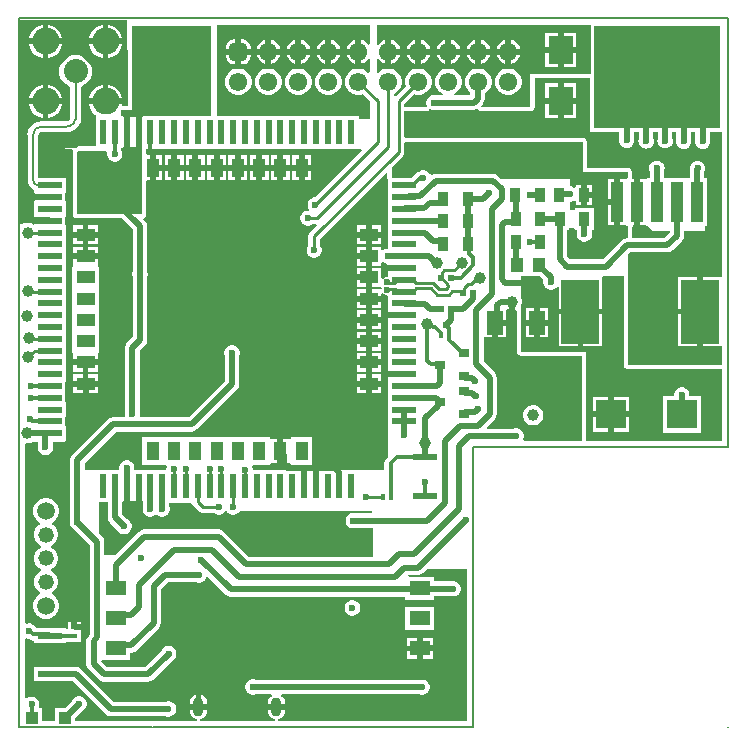
<source format=gtl>
G04*
G04 #@! TF.GenerationSoftware,Altium Limited,Altium Designer,21.2.2 (38)*
G04*
G04 Layer_Physical_Order=1*
G04 Layer_Color=255*
%FSLAX25Y25*%
%MOIN*%
G70*
G04*
G04 #@! TF.SameCoordinates,6CE54949-C0DA-46BE-907D-7ABA0CCCE0FB*
G04*
G04*
G04 #@! TF.FilePolarity,Positive*
G04*
G01*
G75*
%ADD10C,0.01968*%
%ADD12C,0.00984*%
%ADD15C,0.00787*%
%ADD16C,0.01000*%
%ADD23R,0.06693X0.05118*%
%ADD24R,0.01575X0.02362*%
%ADD25R,0.02362X0.01575*%
%ADD26R,0.07874X0.02165*%
%ADD27R,0.03937X0.03937*%
%ADD28C,0.03937*%
%ADD29R,0.03543X0.04724*%
%ADD30R,0.04134X0.04724*%
%ADD31R,0.02165X0.02362*%
%ADD32R,0.03543X0.03150*%
%ADD33R,0.05512X0.07874*%
%ADD34R,0.12598X0.21260*%
%ADD35R,0.10039X0.09646*%
%ADD36R,0.08465X0.09646*%
%ADD37R,0.07874X0.02362*%
%ADD38R,0.04331X0.06299*%
%ADD39R,0.06299X0.04331*%
%ADD40R,0.02362X0.07874*%
%ADD65C,0.08000*%
%ADD66R,0.42126X0.33858*%
%ADD67R,0.03937X0.13386*%
%ADD68C,0.01378*%
%ADD69C,0.06102*%
G04:AMPARAMS|DCode=70|XSize=61.02mil|YSize=61.02mil|CornerRadius=15.26mil|HoleSize=0mil|Usage=FLASHONLY|Rotation=0.000|XOffset=0mil|YOffset=0mil|HoleType=Round|Shape=RoundedRectangle|*
%AMROUNDEDRECTD70*
21,1,0.06102,0.03051,0,0,0.0*
21,1,0.03051,0.06102,0,0,0.0*
1,1,0.03051,0.01526,-0.01526*
1,1,0.03051,-0.01526,-0.01526*
1,1,0.03051,-0.01526,0.01526*
1,1,0.03051,0.01526,0.01526*
%
%ADD70ROUNDEDRECTD70*%
%ADD71O,0.03543X0.06299*%
%ADD72C,0.05200*%
%ADD73C,0.05900*%
%ADD74C,0.09000*%
%ADD75C,0.02362*%
G36*
X116929Y227567D02*
X116429Y227433D01*
X116352Y227566D01*
X115598Y228321D01*
X114674Y228854D01*
X114094Y229009D01*
Y225079D01*
Y221148D01*
X114674Y221304D01*
X115598Y221837D01*
X116352Y222591D01*
X116429Y222725D01*
X116929Y222591D01*
Y218231D01*
X116429Y218024D01*
X115830Y218623D01*
X114820Y219206D01*
X113693Y219508D01*
X112527D01*
X111401Y219206D01*
X110391Y218623D01*
X109566Y217798D01*
X108983Y216788D01*
X108681Y215662D01*
Y214496D01*
X108983Y213369D01*
X109566Y212359D01*
X110391Y211535D01*
X111401Y210951D01*
X112527Y210650D01*
X113693D01*
X114544Y210878D01*
X116929Y208493D01*
Y202776D01*
X113327D01*
Y203622D01*
X65945D01*
Y233898D01*
X116929D01*
Y227567D01*
D02*
G37*
G36*
X190614Y233917D02*
Y217717D01*
X170472D01*
Y206693D01*
X154158D01*
X153966Y207155D01*
X154616Y207805D01*
X155139Y208586D01*
X155322Y209508D01*
Y211241D01*
X155830Y211535D01*
X156654Y212359D01*
X157238Y213369D01*
X157539Y214496D01*
Y215662D01*
X157238Y216788D01*
X156654Y217798D01*
X155830Y218623D01*
X154820Y219206D01*
X153693Y219508D01*
X152527D01*
X151401Y219206D01*
X150391Y218623D01*
X149566Y217798D01*
X148983Y216788D01*
X148681Y215662D01*
Y214496D01*
X148983Y213369D01*
X149566Y212359D01*
X150391Y211535D01*
X150505Y211469D01*
Y210538D01*
X145104D01*
X144970Y211038D01*
X145830Y211535D01*
X146654Y212359D01*
X147238Y213369D01*
X147539Y214496D01*
Y215662D01*
X147238Y216788D01*
X146654Y217798D01*
X145830Y218623D01*
X144820Y219206D01*
X143693Y219508D01*
X142527D01*
X141401Y219206D01*
X140391Y218623D01*
X139566Y217798D01*
X138983Y216788D01*
X138681Y215662D01*
Y214496D01*
X138983Y213369D01*
X139566Y212359D01*
X140391Y211535D01*
X141250Y211038D01*
X141116Y210538D01*
X139186D01*
X138624Y210689D01*
X137951D01*
X137300Y210515D01*
X136716Y210178D01*
X136240Y209701D01*
X135903Y209118D01*
X135728Y208467D01*
Y207793D01*
X135889Y207193D01*
X135849Y207017D01*
X135662Y206693D01*
X128470D01*
Y207731D01*
X131630Y210890D01*
X132527Y210650D01*
X133693D01*
X134820Y210951D01*
X135830Y211535D01*
X136654Y212359D01*
X137238Y213369D01*
X137539Y214496D01*
Y215662D01*
X137238Y216788D01*
X136654Y217798D01*
X135830Y218623D01*
X134820Y219206D01*
X133693Y219508D01*
X132527D01*
X131401Y219206D01*
X130391Y218623D01*
X129566Y217798D01*
X128983Y216788D01*
X128681Y215662D01*
Y214496D01*
X128922Y213598D01*
X125525Y210201D01*
X125025Y210408D01*
Y211070D01*
X125830Y211535D01*
X126654Y212359D01*
X127237Y213369D01*
X127539Y214496D01*
Y215662D01*
X127237Y216788D01*
X126654Y217798D01*
X125830Y218623D01*
X124820Y219206D01*
X123693Y219508D01*
X122527D01*
X121401Y219206D01*
X120391Y218623D01*
X119791Y218024D01*
X119291Y218231D01*
Y222591D01*
X119791Y222725D01*
X119869Y222591D01*
X120623Y221837D01*
X121546Y221304D01*
X122126Y221148D01*
Y225079D01*
Y229009D01*
X121546Y228854D01*
X120623Y228321D01*
X119869Y227566D01*
X119791Y227433D01*
X119291Y227567D01*
Y233917D01*
X190614Y233917D01*
D02*
G37*
G36*
X36205Y216012D02*
Y207007D01*
X34541D01*
X34236Y207404D01*
X34277Y207555D01*
X28846D01*
X23416D01*
X23721Y206416D01*
X24445Y205162D01*
X25469Y204138D01*
X25643Y204038D01*
X25532Y203622D01*
X25532D01*
Y193531D01*
X19842D01*
X19305Y193424D01*
X18849Y193119D01*
X18731Y193001D01*
X15264Y193000D01*
X15263Y183150D01*
X6464D01*
Y197301D01*
X6460Y197319D01*
X6543Y197733D01*
X6805Y198124D01*
X7048Y198285D01*
X7333Y198342D01*
Y198343D01*
X15798D01*
Y198333D01*
X17144Y198511D01*
X18399Y199031D01*
X19477Y199857D01*
X19470Y199864D01*
X19472Y199867D01*
X20112Y200701D01*
X20515Y201675D01*
X20652Y202717D01*
X20653Y202719D01*
Y213456D01*
X20922Y213528D01*
X22149Y214236D01*
X23150Y215237D01*
X23858Y216464D01*
X24224Y217831D01*
Y219247D01*
X23858Y220615D01*
X23150Y221842D01*
X22149Y222843D01*
X20922Y223551D01*
X19555Y223917D01*
X18138D01*
X16771Y223551D01*
X15544Y222843D01*
X14543Y221842D01*
X13835Y220615D01*
X13468Y219247D01*
Y217831D01*
X13835Y216464D01*
X14543Y215237D01*
X15544Y214236D01*
X16771Y213528D01*
X17040Y213456D01*
Y202719D01*
X17046Y202689D01*
X16941Y202436D01*
X16916Y202419D01*
X16894Y202386D01*
X16409Y202062D01*
X15836Y201948D01*
X15798Y201956D01*
X7333D01*
Y201959D01*
X6204Y201810D01*
X5152Y201374D01*
X4248Y200681D01*
X4246Y200683D01*
X3486Y199693D01*
X3008Y198539D01*
X2845Y197301D01*
X2851D01*
Y182327D01*
X2865Y182256D01*
X2975Y181423D01*
X3324Y180580D01*
X3836Y179913D01*
X3876Y179853D01*
X3921Y179823D01*
X4634Y179276D01*
X5059Y179100D01*
Y178032D01*
X5437D01*
Y177638D01*
X10374D01*
Y175669D01*
X5437D01*
Y175276D01*
X5059D01*
Y170158D01*
X5437D01*
Y169764D01*
X10374D01*
Y167795D01*
X5437D01*
Y167685D01*
X5117Y167546D01*
X4937Y167499D01*
X4665Y167656D01*
X4205Y167922D01*
X3354Y168150D01*
X2473D01*
X1622Y167922D01*
X991Y167557D01*
X491Y167761D01*
X494Y235780D01*
X36165Y235780D01*
X36205Y216012D01*
D02*
G37*
G36*
X64114Y203622D02*
X41280D01*
Y203244D01*
X40886D01*
Y198307D01*
Y193370D01*
X41102D01*
Y191024D01*
X41083D01*
Y181968D01*
X41102D01*
Y171043D01*
X19252D01*
Y191535D01*
X19842Y192126D01*
X29111D01*
X29462Y191626D01*
X29370Y191282D01*
Y190608D01*
X29544Y189957D01*
X29881Y189374D01*
X30358Y188897D01*
X30941Y188560D01*
X31592Y188386D01*
X32266D01*
X32917Y188560D01*
X33500Y188897D01*
X33977Y189374D01*
X34314Y189957D01*
X34488Y190608D01*
Y191282D01*
X34314Y191933D01*
X34135Y192242D01*
Y192992D01*
X34587D01*
Y193370D01*
X34980D01*
Y198307D01*
Y203244D01*
X34587D01*
Y203622D01*
X34016D01*
Y205602D01*
X37595D01*
X37610Y205587D01*
Y233748D01*
X37622Y233819D01*
X64114D01*
X64114Y203622D01*
D02*
G37*
G36*
X190236Y198366D02*
X200170D01*
Y196424D01*
X200086Y196219D01*
X199998Y195551D01*
X200086Y194883D01*
X200343Y194261D01*
X200754Y193726D01*
X201288Y193316D01*
X201911Y193058D01*
X202579Y192970D01*
X203247Y193058D01*
X203869Y193316D01*
X204404Y193726D01*
X204814Y194261D01*
X205072Y194883D01*
X205160Y195551D01*
X205072Y196219D01*
X204987Y196424D01*
Y198366D01*
X206627D01*
Y196266D01*
X206542Y196062D01*
X206454Y195394D01*
X206542Y194726D01*
X206800Y194103D01*
X207210Y193569D01*
X207745Y193158D01*
X208367Y192901D01*
X209035Y192813D01*
X209703Y192901D01*
X210326Y193158D01*
X210861Y193569D01*
X211271Y194103D01*
X211529Y194726D01*
X211617Y195394D01*
X211529Y196062D01*
X211444Y196266D01*
Y198366D01*
X213005D01*
Y196325D01*
X212920Y196121D01*
X212832Y195453D01*
X212920Y194785D01*
X213178Y194162D01*
X213588Y193628D01*
X214123Y193217D01*
X214745Y192960D01*
X215413Y192872D01*
X216081Y192960D01*
X216704Y193217D01*
X217238Y193628D01*
X217649Y194162D01*
X217907Y194785D01*
X217994Y195453D01*
X217907Y196121D01*
X217822Y196325D01*
Y198366D01*
X219147D01*
Y196207D01*
X219062Y196003D01*
X218974Y195335D01*
X219062Y194667D01*
X219320Y194044D01*
X219730Y193509D01*
X220265Y193099D01*
X220887Y192841D01*
X221555Y192754D01*
X222223Y192841D01*
X222846Y193099D01*
X223380Y193509D01*
X223790Y194044D01*
X224048Y194667D01*
X224136Y195335D01*
X224048Y196003D01*
X223964Y196207D01*
Y198366D01*
X225485D01*
Y196207D01*
X225400Y196003D01*
X225313Y195335D01*
X225400Y194667D01*
X225658Y194044D01*
X226069Y193509D01*
X226603Y193099D01*
X227226Y192841D01*
X227894Y192754D01*
X228562Y192841D01*
X229184Y193099D01*
X229719Y193509D01*
X230129Y194044D01*
X230387Y194667D01*
X230475Y195335D01*
X230387Y196003D01*
X230302Y196207D01*
Y198366D01*
X234193D01*
X234193Y150134D01*
X227913D01*
Y138504D01*
Y126874D01*
X234193D01*
Y120728D01*
X203051Y120728D01*
X203051Y125236D01*
X203012Y125276D01*
Y157539D01*
X203655Y158182D01*
X216161D01*
X217083Y158365D01*
X217864Y158888D01*
X221073Y162096D01*
X221595Y162878D01*
X221779Y163799D01*
Y165394D01*
X228642D01*
Y166870D01*
X229410D01*
Y183012D01*
X228642D01*
Y183051D01*
X228471D01*
Y185063D01*
X228674Y185552D01*
X228762Y186221D01*
X228674Y186889D01*
X228416Y187511D01*
X228006Y188046D01*
X227472Y188456D01*
X226849Y188714D01*
X226181Y188802D01*
X225513Y188714D01*
X224890Y188456D01*
X224356Y188046D01*
X223946Y187511D01*
X223688Y186889D01*
X223600Y186221D01*
X223655Y185806D01*
Y183051D01*
X215076D01*
Y185411D01*
X215151Y185592D01*
X215239Y186260D01*
X215151Y186928D01*
X214893Y187550D01*
X214483Y188085D01*
X213948Y188495D01*
X213326Y188753D01*
X212657Y188841D01*
X211989Y188753D01*
X211367Y188495D01*
X210832Y188085D01*
X210422Y187550D01*
X210164Y186928D01*
X210076Y186260D01*
X210164Y185592D01*
X210259Y185364D01*
Y183012D01*
X209331D01*
Y182929D01*
X208953Y182634D01*
X206968D01*
Y174941D01*
Y167248D01*
X208953D01*
X209331Y166953D01*
Y166870D01*
X209705D01*
X211181Y165394D01*
X216962D01*
Y164797D01*
X215164Y162999D01*
X204837D01*
X204395Y163329D01*
X204393Y163331D01*
X204392Y166748D01*
X204544Y167005D01*
X204820Y167248D01*
X205000D01*
Y174941D01*
Y182634D01*
X204711D01*
X204710Y182634D01*
X204348Y183069D01*
X204340Y183134D01*
X204383Y183353D01*
X204383Y183353D01*
X204383Y183353D01*
X204382Y184942D01*
X204329Y185209D01*
X204275Y185479D01*
X204275Y185479D01*
X204275Y185479D01*
X204122Y185708D01*
X203971Y185934D01*
X203971Y185935D01*
X203970Y185935D01*
X203744Y186086D01*
X203515Y186239D01*
X203515Y186239D01*
X203515Y186239D01*
X203244Y186293D01*
X202977Y186346D01*
X189259D01*
Y195037D01*
X189206Y195307D01*
X189153Y195574D01*
X189153Y195574D01*
X189152Y195575D01*
X189000Y195803D01*
X188849Y196030D01*
X188848Y196030D01*
X188848Y196031D01*
X188619Y196184D01*
X188393Y196335D01*
X188393Y196335D01*
X188392Y196335D01*
X188123Y196389D01*
X187856Y196442D01*
X128825Y196512D01*
X128822Y196515D01*
X128470Y196952D01*
Y205288D01*
X135662D01*
X135842Y205324D01*
X136026Y205336D01*
X136109Y205377D01*
X136200Y205395D01*
X136353Y205497D01*
X136517Y205578D01*
X136579Y205648D01*
X136656Y205699D01*
X136758Y205852D01*
X136772Y205869D01*
X137058Y205869D01*
X137619Y205637D01*
X138287Y205549D01*
X138955Y205637D01*
X139160Y205721D01*
X151535D01*
X152315Y205877D01*
X153046Y205877D01*
X153164Y205699D01*
X153620Y205395D01*
X154158Y205288D01*
X170472D01*
X171010Y205395D01*
X171466Y205699D01*
X171770Y206155D01*
X171877Y206693D01*
Y216312D01*
X190236D01*
Y198366D01*
D02*
G37*
G36*
X187854Y195037D02*
Y184941D01*
X202977D01*
X202978Y183352D01*
X202638Y183012D01*
X202638Y183012D01*
X202289Y182656D01*
X202260Y182634D01*
X202138Y182634D01*
X200276D01*
Y174941D01*
Y167248D01*
X202138D01*
X202260Y167248D01*
X202638Y166953D01*
Y166870D01*
X202987D01*
X202988Y163330D01*
X202658Y162999D01*
X201736Y162816D01*
X200954Y162294D01*
X194573Y155912D01*
X183635D01*
X182625Y156923D01*
Y165630D01*
X183366D01*
Y166290D01*
X184981Y166293D01*
X185335Y165940D01*
Y165630D01*
X186076D01*
Y165058D01*
X185945Y164569D01*
Y163895D01*
X186119Y163244D01*
X186456Y162661D01*
X186933Y162185D01*
X187516Y161848D01*
X188167Y161673D01*
X188841D01*
X189492Y161848D01*
X190075Y162185D01*
X190552Y162661D01*
X190889Y163244D01*
X191063Y163895D01*
Y164569D01*
X190913Y165130D01*
X191149Y165630D01*
X191634D01*
Y173110D01*
X185335D01*
Y172500D01*
X183701D01*
Y175069D01*
X184038D01*
X184688Y175243D01*
X185134Y175500D01*
X185634Y175293D01*
Y173961D01*
X187421D01*
Y177323D01*
Y180685D01*
X185634D01*
Y179963D01*
X185134Y179755D01*
X184688Y180013D01*
X184038Y180187D01*
X183701D01*
Y182756D01*
X160749Y182756D01*
X159813Y183691D01*
X159032Y184213D01*
X158110Y184397D01*
X138917D01*
X137996Y184213D01*
X137651Y183983D01*
X137097Y184214D01*
X136836Y184666D01*
X136359Y185143D01*
X135775Y185479D01*
X135125Y185654D01*
X134451D01*
X133800Y185479D01*
X133216Y185143D01*
X132972Y184898D01*
X132750Y184853D01*
X132066Y184397D01*
X130819Y183150D01*
X124193D01*
Y186702D01*
X127909Y190418D01*
X128324Y191039D01*
X128470Y191772D01*
X128470Y191772D01*
Y194754D01*
X128824Y195107D01*
X187854Y195037D01*
D02*
G37*
G36*
X114251Y192314D02*
X98611Y176673D01*
X98423D01*
X97772Y176499D01*
X97189Y176162D01*
X96712Y175686D01*
X96375Y175102D01*
X96201Y174451D01*
Y173777D01*
X96375Y173126D01*
X96664Y172626D01*
X96566Y172333D01*
X96422Y172126D01*
X96061D01*
X95410Y171952D01*
X94826Y171615D01*
X94350Y171138D01*
X94013Y170555D01*
X93839Y169904D01*
Y169230D01*
X94013Y168579D01*
X94350Y167996D01*
X94826Y167519D01*
X95410Y167182D01*
X96061Y167008D01*
X96735D01*
X97385Y167182D01*
X97969Y167519D01*
X98102Y167652D01*
X99021D01*
X99228Y167152D01*
X97052Y164976D01*
X96636Y164355D01*
X96491Y163622D01*
X96491Y163622D01*
Y160602D01*
X96358Y160469D01*
X96021Y159885D01*
X95846Y159234D01*
Y158561D01*
X96021Y157910D01*
X96358Y157326D01*
X96834Y156850D01*
X97418Y156513D01*
X98069Y156339D01*
X98742D01*
X99393Y156513D01*
X99977Y156850D01*
X100453Y157326D01*
X100790Y157910D01*
X100965Y158561D01*
Y159234D01*
X100790Y159885D01*
X100453Y160469D01*
X100320Y160602D01*
Y162829D01*
X122326Y184835D01*
X122788Y184643D01*
Y183150D01*
X122895Y182612D01*
X123049Y182381D01*
X123045Y159468D01*
X122596D01*
X121945Y159294D01*
X121362Y158957D01*
X121323Y158918D01*
X120823Y159125D01*
Y160134D01*
X117657D01*
Y156968D01*
Y153803D01*
X120823D01*
Y154694D01*
X121323Y154901D01*
X121362Y154862D01*
X121945Y154525D01*
X122596Y154350D01*
X122690D01*
X123044Y153997D01*
X123043Y150076D01*
X122853Y149949D01*
X122226D01*
X121647Y149709D01*
X121323Y149384D01*
X120823Y149552D01*
Y153047D01*
X117657D01*
Y149882D01*
Y146717D01*
X120757D01*
X121137Y146346D01*
X121131Y146333D01*
X120823Y145961D01*
X120477Y145961D01*
X117657D01*
Y143780D01*
X120823D01*
Y144440D01*
X121323Y144607D01*
X121647Y144283D01*
X122226Y144043D01*
X122542D01*
X123042Y143622D01*
X123032Y89969D01*
X122447Y89384D01*
X121990Y88700D01*
X121830Y87894D01*
Y85768D01*
X77913D01*
Y86085D01*
X77739Y86736D01*
X77598Y86980D01*
X77886Y87480D01*
X83602D01*
Y87564D01*
X83980Y87858D01*
X84102Y87858D01*
X86161D01*
Y92008D01*
Y96157D01*
X84102D01*
X83980Y96157D01*
X83602Y96452D01*
Y96535D01*
X76516D01*
Y96535D01*
X76016Y96535D01*
X69429D01*
X69429Y96535D01*
X68957Y96535D01*
X62843D01*
X62343Y96535D01*
Y96535D01*
X62343D01*
Y96535D01*
X55756D01*
X55256Y96535D01*
Y96535D01*
X55256D01*
Y96535D01*
X48669D01*
X48169Y96535D01*
X47669Y96535D01*
X41083D01*
Y87480D01*
X47669D01*
X48169Y87480D01*
X49104Y87480D01*
X49393Y86980D01*
X49308Y86834D01*
X49134Y86183D01*
Y85768D01*
X38754D01*
X38484Y86120D01*
Y86794D01*
X38310Y87444D01*
X37973Y88028D01*
X37497Y88504D01*
X36913Y88841D01*
X36262Y89016D01*
X35588D01*
X34937Y88841D01*
X34354Y88504D01*
X33877Y88028D01*
X33541Y87444D01*
X33366Y86794D01*
Y86120D01*
X33096Y85768D01*
X21857D01*
Y87998D01*
X32336Y98477D01*
X57579D01*
X58500Y98661D01*
X59282Y99183D01*
X72707Y112608D01*
X73229Y113389D01*
X73412Y114311D01*
Y123747D01*
X73563Y124309D01*
Y124983D01*
X73389Y125633D01*
X73052Y126217D01*
X72575Y126693D01*
X71992Y127030D01*
X71341Y127205D01*
X70667D01*
X70016Y127030D01*
X69433Y126693D01*
X68956Y126217D01*
X68619Y125633D01*
X68445Y124983D01*
Y124309D01*
X68595Y123747D01*
Y115309D01*
X56581Y103294D01*
X40634D01*
X40269Y103794D01*
X40354Y104112D01*
Y104786D01*
X40204Y105348D01*
Y125485D01*
X42018Y127299D01*
X42540Y128080D01*
X42723Y129002D01*
Y150139D01*
X42854Y150628D01*
Y151302D01*
X42723Y151790D01*
Y166909D01*
X42540Y167831D01*
X42018Y168613D01*
X41436Y169195D01*
X41600Y169737D01*
X41640Y169745D01*
X42096Y170050D01*
X42400Y170506D01*
X42507Y171043D01*
Y181968D01*
X42857Y182346D01*
X43642D01*
Y186496D01*
Y190646D01*
X42857D01*
X42507Y191024D01*
Y192776D01*
X114060Y192776D01*
X114251Y192314D01*
D02*
G37*
G36*
X201607Y125276D02*
X201614Y125239D01*
Y120138D01*
X201788D01*
X202058Y119735D01*
X202514Y119430D01*
X203051Y119323D01*
X234193Y119323D01*
X234232Y119291D01*
Y95394D01*
X189154Y95394D01*
X189113Y125024D01*
X167666Y125024D01*
X167313Y125377D01*
X167321Y140177D01*
X167508Y140500D01*
X167736Y141351D01*
Y142232D01*
X167508Y143083D01*
X167323Y143402D01*
X167327Y150335D01*
X169468D01*
Y150394D01*
X170059D01*
Y150335D01*
X173543D01*
X174819Y149058D01*
Y148925D01*
X174744Y148644D01*
Y147970D01*
X174918Y147319D01*
X175255Y146736D01*
X175732Y146259D01*
X176315Y145922D01*
X176966Y145748D01*
X177640D01*
X178291Y145922D01*
X178874Y146259D01*
X179351Y146736D01*
X179366Y146762D01*
X179866Y146628D01*
Y139488D01*
X187165D01*
X194465D01*
Y149894D01*
X194465Y150134D01*
X194857Y150394D01*
X201607D01*
Y125276D01*
D02*
G37*
G36*
X165373Y138982D02*
X165416Y138993D01*
X165916Y138735D01*
X165908Y125378D01*
X165908Y125378D01*
X165908Y125378D01*
X165961Y125111D01*
X166014Y124840D01*
X166014Y124840D01*
X166014Y124840D01*
X166162Y124619D01*
X166318Y124384D01*
X166319Y124384D01*
X166319Y124384D01*
X166672Y124030D01*
X166672Y124030D01*
X166673Y124030D01*
X166914Y123869D01*
X167128Y123726D01*
X167128Y123726D01*
X167128Y123726D01*
X167398Y123672D01*
X167666Y123619D01*
X167666Y123619D01*
X167666Y123619D01*
X187710Y123619D01*
X187748Y95748D01*
X187395Y95394D01*
X168255D01*
X167967Y95894D01*
X168074Y96079D01*
X168248Y96730D01*
Y97404D01*
X168074Y98055D01*
X167737Y98638D01*
X167260Y99115D01*
X166677Y99452D01*
X166026Y99626D01*
X165352D01*
X164790Y99475D01*
X156121D01*
X155930Y99937D01*
X158656Y102663D01*
X159178Y103445D01*
X159361Y104366D01*
Y116437D01*
X159178Y117359D01*
X158656Y118140D01*
X154904Y121891D01*
Y129847D01*
X157579D01*
Y134784D01*
X158563D01*
Y135768D01*
X162319D01*
Y138981D01*
X162819Y139270D01*
X163243Y139025D01*
X163405Y138982D01*
Y141791D01*
X165373D01*
Y138982D01*
D02*
G37*
G36*
X18089Y192276D02*
X17954Y192073D01*
X17847Y191535D01*
Y171043D01*
X17954Y170506D01*
X18259Y170050D01*
X18714Y169745D01*
X19252Y169638D01*
X34180D01*
X37907Y165912D01*
Y151937D01*
X37736Y151302D01*
Y150628D01*
X37907Y149992D01*
Y129999D01*
X36092Y128185D01*
X35570Y127404D01*
X35387Y126482D01*
Y105348D01*
X35236Y104786D01*
Y104112D01*
X35321Y103794D01*
X34956Y103294D01*
X31339D01*
X30417Y103111D01*
X29636Y102589D01*
X17746Y90699D01*
X17224Y89918D01*
X17040Y88996D01*
Y85768D01*
Y69344D01*
X16890Y68782D01*
Y68108D01*
X17064Y67457D01*
X17401Y66874D01*
X17877Y66397D01*
X18381Y66106D01*
X23674Y60813D01*
Y30860D01*
X23199Y30384D01*
X22676Y29603D01*
X22493Y28681D01*
Y21004D01*
X22676Y20082D01*
X23199Y19301D01*
X26683Y15817D01*
X27464Y15294D01*
X28386Y15111D01*
X42913D01*
X43835Y15294D01*
X44616Y15817D01*
X50930Y22130D01*
X51433Y22421D01*
X51910Y22897D01*
X52247Y23481D01*
X52421Y24132D01*
Y24805D01*
X52247Y25456D01*
X51910Y26040D01*
X51433Y26516D01*
X50850Y26853D01*
X50199Y27028D01*
X49525D01*
X48874Y26853D01*
X48291Y26516D01*
X47814Y26040D01*
X47524Y25536D01*
X41916Y19928D01*
X29383D01*
X27512Y21799D01*
X27775Y22244D01*
X37095D01*
Y24792D01*
X37495D01*
X38417Y24975D01*
X39198Y25497D01*
X46565Y32864D01*
X47087Y33645D01*
X47271Y34567D01*
Y45892D01*
X49642Y48263D01*
X59099D01*
X59661Y48113D01*
X60334D01*
X60985Y48287D01*
X61569Y48624D01*
X62045Y49101D01*
X62382Y49684D01*
X62437Y49887D01*
X62994Y50037D01*
X68868Y44163D01*
X69649Y43641D01*
X70571Y43458D01*
X128831D01*
Y42244D01*
X138279D01*
Y43723D01*
X143634D01*
X143678Y43698D01*
X144328Y43524D01*
X145002D01*
X145653Y43698D01*
X146237Y44035D01*
X146713Y44511D01*
X147050Y45095D01*
X147224Y45746D01*
Y46420D01*
X147050Y47070D01*
X146713Y47654D01*
X146237Y48130D01*
X145653Y48467D01*
X145002Y48642D01*
X144328D01*
X143950Y48540D01*
X138279D01*
Y50118D01*
X130066D01*
X129798Y50618D01*
X129828Y50662D01*
X133031D01*
X133953Y50846D01*
X134734Y51368D01*
X135926Y52559D01*
X149232D01*
Y2146D01*
X86370D01*
X86337Y2646D01*
X86550Y2674D01*
X87225Y2953D01*
X87804Y3397D01*
X88248Y3976D01*
X88527Y4651D01*
X88622Y5374D01*
Y5768D01*
X85827D01*
X83031D01*
Y5374D01*
X83126Y4651D01*
X83406Y3976D01*
X83850Y3397D01*
X84429Y2953D01*
X85103Y2674D01*
X85316Y2646D01*
X85283Y2146D01*
X60386D01*
X60353Y2646D01*
X60566Y2674D01*
X61240Y2953D01*
X61819Y3397D01*
X62264Y3976D01*
X62543Y4651D01*
X62638Y5374D01*
Y5768D01*
X59842D01*
X57047D01*
Y5374D01*
X57142Y4651D01*
X57421Y3976D01*
X57866Y3397D01*
X58445Y2953D01*
X59119Y2674D01*
X59332Y2646D01*
X59299Y2146D01*
X18657D01*
Y2842D01*
X21408Y5593D01*
X21642Y5728D01*
X22119Y6204D01*
X22456Y6788D01*
X22630Y7439D01*
Y8112D01*
X22456Y8763D01*
X22119Y9347D01*
X21642Y9823D01*
X21059Y10160D01*
X20408Y10335D01*
X19734D01*
X19083Y10160D01*
X18500Y9823D01*
X18023Y9347D01*
X17686Y8763D01*
X17657Y8653D01*
X15251Y6248D01*
X11965D01*
Y2146D01*
X7634D01*
Y6248D01*
X6911D01*
X6630Y6748D01*
X6760Y7234D01*
Y7908D01*
X6585Y8559D01*
X6248Y9142D01*
X5772Y9619D01*
X5189Y9956D01*
X4538Y10130D01*
X3864D01*
X3213Y9956D01*
X2630Y9619D01*
X2626Y9615D01*
X2126Y9822D01*
Y29179D01*
X2626Y29550D01*
X2931Y29469D01*
X3113D01*
X3225Y29356D01*
X3909Y28899D01*
X4715Y28739D01*
X4980D01*
Y27992D01*
X15610D01*
Y28345D01*
X18030D01*
X18827Y28504D01*
X20807D01*
Y32441D01*
X20626D01*
Y32441D01*
X18630D01*
X18445Y32478D01*
Y33228D01*
X17461D01*
Y35016D01*
X16264D01*
Y32560D01*
X15610D01*
Y32913D01*
X10105D01*
X9902Y32954D01*
X5669D01*
X5652Y33015D01*
X5316Y33599D01*
X4839Y34075D01*
X4256Y34412D01*
X3605Y34587D01*
X2931D01*
X2626Y34505D01*
X2126Y34876D01*
Y94417D01*
X2296Y94547D01*
X3177D01*
X4028Y94775D01*
X4219Y94886D01*
X6410D01*
Y94127D01*
X6260Y93565D01*
Y92891D01*
X6434Y92241D01*
X6771Y91657D01*
X7248Y91181D01*
X7831Y90844D01*
X8482Y90669D01*
X9156D01*
X9807Y90844D01*
X10390Y91181D01*
X10867Y91657D01*
X11203Y92241D01*
X11378Y92891D01*
Y93565D01*
X11227Y94127D01*
Y94886D01*
X15512D01*
Y95354D01*
X15689D01*
Y100472D01*
X15512D01*
Y103228D01*
X15689D01*
Y108346D01*
X15512D01*
X15512Y115039D01*
X15689D01*
Y118976D01*
Y122913D01*
Y126850D01*
Y130787D01*
Y134724D01*
Y138661D01*
Y142598D01*
Y146535D01*
Y150472D01*
Y154410D01*
Y158346D01*
Y162284D01*
Y167402D01*
X15512D01*
Y170158D01*
X15689D01*
Y175276D01*
X15512D01*
Y178032D01*
X15689D01*
Y183150D01*
X15512D01*
Y192776D01*
X17822D01*
X18089Y192276D01*
D02*
G37*
G36*
X40886Y75260D02*
X41280D01*
Y74882D01*
X41430D01*
Y73746D01*
X41395Y73685D01*
X41221Y73034D01*
Y72360D01*
X41395Y71709D01*
X41732Y71126D01*
X42208Y70649D01*
X42792Y70312D01*
X43443Y70138D01*
X44116D01*
X44767Y70312D01*
X45351Y70649D01*
X45738Y71036D01*
X46145Y70629D01*
X46729Y70293D01*
X47380Y70118D01*
X48053D01*
X48704Y70293D01*
X49288Y70629D01*
X49764Y71106D01*
X50101Y71689D01*
X50276Y72340D01*
Y73014D01*
X50125Y73576D01*
Y74587D01*
X57205D01*
X59842Y71949D01*
X59922D01*
X60448Y71597D01*
X61181Y71451D01*
X64851D01*
X64984Y71318D01*
X65567Y70982D01*
X66218Y70807D01*
X66892D01*
X67543Y70982D01*
X68126Y71318D01*
X68603Y71795D01*
X68692Y71949D01*
X69245D01*
X69350Y71767D01*
X69826Y71291D01*
X70410Y70954D01*
X71061Y70780D01*
X71735D01*
X72385Y70954D01*
X72969Y71291D01*
X73445Y71767D01*
X73550Y71949D01*
X117597D01*
X117698Y71632D01*
X117356Y71208D01*
X112468D01*
X111833Y71378D01*
X111159D01*
X110508Y71204D01*
X109925Y70867D01*
X109448Y70390D01*
X109111Y69807D01*
X108937Y69156D01*
Y68482D01*
X109111Y67831D01*
X109448Y67248D01*
X109925Y66771D01*
X110508Y66434D01*
X111159Y66260D01*
X111833D01*
X112321Y66391D01*
X117875D01*
X117884Y57113D01*
X117531Y56759D01*
X76706D01*
X68317Y65148D01*
X67536Y65670D01*
X66614Y65853D01*
X41791D01*
X40870Y65670D01*
X40088Y65148D01*
X32125Y57185D01*
X28491D01*
Y61811D01*
X28308Y62733D01*
X27786Y63514D01*
X26686Y64613D01*
X26726Y74882D01*
X29619D01*
Y69862D01*
X29802Y68941D01*
X30325Y68159D01*
X32661Y65822D01*
X32952Y65319D01*
X33429Y64842D01*
X34012Y64505D01*
X34663Y64331D01*
X35337D01*
X35988Y64505D01*
X36571Y64842D01*
X37048Y65319D01*
X37385Y65902D01*
X37559Y66553D01*
Y67227D01*
X37385Y67878D01*
X37048Y68461D01*
X36571Y68937D01*
X36068Y69228D01*
X34436Y70860D01*
Y74882D01*
X34587D01*
Y75260D01*
X34980D01*
Y80197D01*
X36949D01*
Y75260D01*
X38917D01*
Y80197D01*
X40886D01*
Y75260D01*
D02*
G37*
%LPC*%
G36*
X112126Y229009D02*
X111547Y228854D01*
X110623Y228321D01*
X109869Y227566D01*
X109335Y226642D01*
X109180Y226063D01*
X112126D01*
Y229009D01*
D02*
G37*
G36*
X104095D02*
Y226063D01*
X107041D01*
X106885Y226642D01*
X106352Y227566D01*
X105598Y228321D01*
X104674Y228854D01*
X104095Y229009D01*
D02*
G37*
G36*
X102126D02*
X101547Y228854D01*
X100623Y228321D01*
X99869Y227566D01*
X99335Y226642D01*
X99180Y226063D01*
X102126D01*
Y229009D01*
D02*
G37*
G36*
X94095D02*
Y226063D01*
X97041D01*
X96885Y226642D01*
X96352Y227566D01*
X95598Y228321D01*
X94674Y228854D01*
X94095Y229009D01*
D02*
G37*
G36*
X92126D02*
X91546Y228854D01*
X90623Y228321D01*
X89868Y227566D01*
X89335Y226642D01*
X89180Y226063D01*
X92126D01*
Y229009D01*
D02*
G37*
G36*
X84095D02*
Y226063D01*
X87041D01*
X86885Y226642D01*
X86352Y227566D01*
X85598Y228321D01*
X84674Y228854D01*
X84095Y229009D01*
D02*
G37*
G36*
X82126D02*
X81546Y228854D01*
X80623Y228321D01*
X79869Y227566D01*
X79335Y226642D01*
X79180Y226063D01*
X82126D01*
Y229009D01*
D02*
G37*
G36*
X74636Y229179D02*
X74094D01*
Y226063D01*
X77211D01*
Y226604D01*
X77015Y227590D01*
X76457Y228425D01*
X75621Y228983D01*
X74636Y229179D01*
D02*
G37*
G36*
X72126D02*
X71585D01*
X70599Y228983D01*
X69764Y228425D01*
X69206Y227590D01*
X69010Y226604D01*
Y226063D01*
X72126D01*
Y229179D01*
D02*
G37*
G36*
X112126Y224095D02*
X109180D01*
X109335Y223515D01*
X109869Y222591D01*
X110623Y221837D01*
X111547Y221304D01*
X112126Y221148D01*
Y224095D01*
D02*
G37*
G36*
X107041D02*
X104095D01*
Y221148D01*
X104674Y221304D01*
X105598Y221837D01*
X106352Y222591D01*
X106885Y223515D01*
X107041Y224095D01*
D02*
G37*
G36*
X102126D02*
X99180D01*
X99335Y223515D01*
X99869Y222591D01*
X100623Y221837D01*
X101547Y221304D01*
X102126Y221148D01*
Y224095D01*
D02*
G37*
G36*
X97041D02*
X94095D01*
Y221148D01*
X94674Y221304D01*
X95598Y221837D01*
X96352Y222591D01*
X96885Y223515D01*
X97041Y224095D01*
D02*
G37*
G36*
X92126D02*
X89180D01*
X89335Y223515D01*
X89868Y222591D01*
X90623Y221837D01*
X91546Y221304D01*
X92126Y221148D01*
Y224095D01*
D02*
G37*
G36*
X87041D02*
X84095D01*
Y221148D01*
X84674Y221304D01*
X85598Y221837D01*
X86352Y222591D01*
X86885Y223515D01*
X87041Y224095D01*
D02*
G37*
G36*
X82126D02*
X79180D01*
X79335Y223515D01*
X79869Y222591D01*
X80623Y221837D01*
X81546Y221304D01*
X82126Y221148D01*
Y224095D01*
D02*
G37*
G36*
X77211D02*
X74094D01*
Y220978D01*
X74636D01*
X75621Y221174D01*
X76457Y221732D01*
X77015Y222568D01*
X77211Y223553D01*
Y224095D01*
D02*
G37*
G36*
X72126D02*
X69010D01*
Y223553D01*
X69206Y222568D01*
X69764Y221732D01*
X70599Y221174D01*
X71585Y220978D01*
X72126D01*
Y224095D01*
D02*
G37*
G36*
X103693Y219508D02*
X102527D01*
X101401Y219206D01*
X100391Y218623D01*
X99566Y217798D01*
X98983Y216788D01*
X98681Y215662D01*
Y214496D01*
X98983Y213369D01*
X99566Y212359D01*
X100391Y211535D01*
X101401Y210951D01*
X102527Y210650D01*
X103693D01*
X104820Y210951D01*
X105830Y211535D01*
X106654Y212359D01*
X107238Y213369D01*
X107539Y214496D01*
Y215662D01*
X107238Y216788D01*
X106654Y217798D01*
X105830Y218623D01*
X104820Y219206D01*
X103693Y219508D01*
D02*
G37*
G36*
X93693D02*
X92527D01*
X91401Y219206D01*
X90391Y218623D01*
X89566Y217798D01*
X88983Y216788D01*
X88681Y215662D01*
Y214496D01*
X88983Y213369D01*
X89566Y212359D01*
X90391Y211535D01*
X91401Y210951D01*
X92527Y210650D01*
X93693D01*
X94820Y210951D01*
X95830Y211535D01*
X96654Y212359D01*
X97237Y213369D01*
X97539Y214496D01*
Y215662D01*
X97237Y216788D01*
X96654Y217798D01*
X95830Y218623D01*
X94820Y219206D01*
X93693Y219508D01*
D02*
G37*
G36*
X83693D02*
X82527D01*
X81401Y219206D01*
X80391Y218623D01*
X79566Y217798D01*
X78983Y216788D01*
X78681Y215662D01*
Y214496D01*
X78983Y213369D01*
X79566Y212359D01*
X80391Y211535D01*
X81401Y210951D01*
X82527Y210650D01*
X83693D01*
X84820Y210951D01*
X85830Y211535D01*
X86654Y212359D01*
X87238Y213369D01*
X87539Y214496D01*
Y215662D01*
X87238Y216788D01*
X86654Y217798D01*
X85830Y218623D01*
X84820Y219206D01*
X83693Y219508D01*
D02*
G37*
G36*
X73693D02*
X72527D01*
X71401Y219206D01*
X70391Y218623D01*
X69566Y217798D01*
X68983Y216788D01*
X68681Y215662D01*
Y214496D01*
X68983Y213369D01*
X69566Y212359D01*
X70391Y211535D01*
X71401Y210951D01*
X72527Y210650D01*
X73693D01*
X74820Y210951D01*
X75830Y211535D01*
X76654Y212359D01*
X77237Y213369D01*
X77539Y214496D01*
Y215662D01*
X77237Y216788D01*
X76654Y217798D01*
X75830Y218623D01*
X74820Y219206D01*
X73693Y219508D01*
D02*
G37*
G36*
X185823Y231512D02*
X181575D01*
Y226673D01*
X185823D01*
Y231512D01*
D02*
G37*
G36*
X179606D02*
X175358D01*
Y226673D01*
X179606D01*
Y231512D01*
D02*
G37*
G36*
X164094Y229009D02*
Y226063D01*
X167041D01*
X166885Y226642D01*
X166352Y227566D01*
X165598Y228321D01*
X164674Y228854D01*
X164094Y229009D01*
D02*
G37*
G36*
X162126D02*
X161547Y228854D01*
X160623Y228321D01*
X159869Y227566D01*
X159335Y226642D01*
X159180Y226063D01*
X162126D01*
Y229009D01*
D02*
G37*
G36*
X154095D02*
Y226063D01*
X157041D01*
X156885Y226642D01*
X156352Y227566D01*
X155598Y228321D01*
X154674Y228854D01*
X154095Y229009D01*
D02*
G37*
G36*
X152126D02*
X151547Y228854D01*
X150623Y228321D01*
X149869Y227566D01*
X149335Y226642D01*
X149180Y226063D01*
X152126D01*
Y229009D01*
D02*
G37*
G36*
X144095D02*
Y226063D01*
X147041D01*
X146885Y226642D01*
X146352Y227566D01*
X145598Y228321D01*
X144674Y228854D01*
X144095Y229009D01*
D02*
G37*
G36*
X142126D02*
X141546Y228854D01*
X140623Y228321D01*
X139868Y227566D01*
X139335Y226642D01*
X139180Y226063D01*
X142126D01*
Y229009D01*
D02*
G37*
G36*
X134095D02*
Y226063D01*
X137041D01*
X136885Y226642D01*
X136352Y227566D01*
X135598Y228321D01*
X134674Y228854D01*
X134095Y229009D01*
D02*
G37*
G36*
X132126D02*
X131546Y228854D01*
X130623Y228321D01*
X129868Y227566D01*
X129335Y226642D01*
X129180Y226063D01*
X132126D01*
Y229009D01*
D02*
G37*
G36*
X124094D02*
Y226063D01*
X127041D01*
X126885Y226642D01*
X126352Y227566D01*
X125598Y228321D01*
X124674Y228854D01*
X124094Y229009D01*
D02*
G37*
G36*
X167041Y224095D02*
X164094D01*
Y221148D01*
X164674Y221304D01*
X165598Y221837D01*
X166352Y222591D01*
X166885Y223515D01*
X167041Y224095D01*
D02*
G37*
G36*
X162126D02*
X159180D01*
X159335Y223515D01*
X159869Y222591D01*
X160623Y221837D01*
X161547Y221304D01*
X162126Y221148D01*
Y224095D01*
D02*
G37*
G36*
X157041D02*
X154095D01*
Y221148D01*
X154674Y221304D01*
X155598Y221837D01*
X156352Y222591D01*
X156885Y223515D01*
X157041Y224095D01*
D02*
G37*
G36*
X152126D02*
X149180D01*
X149335Y223515D01*
X149869Y222591D01*
X150623Y221837D01*
X151547Y221304D01*
X152126Y221148D01*
Y224095D01*
D02*
G37*
G36*
X147041D02*
X144095D01*
Y221148D01*
X144674Y221304D01*
X145598Y221837D01*
X146352Y222591D01*
X146885Y223515D01*
X147041Y224095D01*
D02*
G37*
G36*
X142126D02*
X139180D01*
X139335Y223515D01*
X139868Y222591D01*
X140623Y221837D01*
X141546Y221304D01*
X142126Y221148D01*
Y224095D01*
D02*
G37*
G36*
X137041D02*
X134095D01*
Y221148D01*
X134674Y221304D01*
X135598Y221837D01*
X136352Y222591D01*
X136885Y223515D01*
X137041Y224095D01*
D02*
G37*
G36*
X132126D02*
X129180D01*
X129335Y223515D01*
X129868Y222591D01*
X130623Y221837D01*
X131546Y221304D01*
X132126Y221148D01*
Y224095D01*
D02*
G37*
G36*
X127041D02*
X124094D01*
Y221148D01*
X124674Y221304D01*
X125598Y221837D01*
X126352Y222591D01*
X126885Y223515D01*
X127041Y224095D01*
D02*
G37*
G36*
X185823Y224705D02*
X181575D01*
Y219866D01*
X185823D01*
Y224705D01*
D02*
G37*
G36*
X179606D02*
X175358D01*
Y219866D01*
X179606D01*
Y224705D01*
D02*
G37*
G36*
X163693Y219508D02*
X162527D01*
X161401Y219206D01*
X160391Y218623D01*
X159566Y217798D01*
X158983Y216788D01*
X158681Y215662D01*
Y214496D01*
X158983Y213369D01*
X159566Y212359D01*
X160391Y211535D01*
X161401Y210951D01*
X162527Y210650D01*
X163693D01*
X164820Y210951D01*
X165830Y211535D01*
X166654Y212359D01*
X167237Y213369D01*
X167539Y214496D01*
Y215662D01*
X167237Y216788D01*
X166654Y217798D01*
X165830Y218623D01*
X164820Y219206D01*
X163693Y219508D01*
D02*
G37*
G36*
X29831Y233970D02*
Y229524D01*
X34277D01*
X33972Y230662D01*
X33248Y231916D01*
X32223Y232941D01*
X30969Y233665D01*
X29831Y233970D01*
D02*
G37*
G36*
X9831D02*
Y229524D01*
X14277D01*
X13972Y230662D01*
X13248Y231916D01*
X12224Y232941D01*
X10969Y233665D01*
X9831Y233970D01*
D02*
G37*
G36*
X27862D02*
X26724Y233665D01*
X25469Y232941D01*
X24445Y231916D01*
X23721Y230662D01*
X23416Y229524D01*
X27862D01*
Y233970D01*
D02*
G37*
G36*
X7862D02*
X6724Y233665D01*
X5469Y232941D01*
X4445Y231916D01*
X3721Y230662D01*
X3416Y229524D01*
X7862D01*
Y233970D01*
D02*
G37*
G36*
X34277Y227555D02*
X29831D01*
Y223109D01*
X30969Y223414D01*
X32223Y224138D01*
X33248Y225162D01*
X33972Y226416D01*
X34277Y227555D01*
D02*
G37*
G36*
X14277D02*
X9831D01*
Y223109D01*
X10969Y223414D01*
X12224Y224138D01*
X13248Y225162D01*
X13972Y226416D01*
X14277Y227555D01*
D02*
G37*
G36*
X27862D02*
X23416D01*
X23721Y226416D01*
X24445Y225162D01*
X25469Y224138D01*
X26724Y223414D01*
X27862Y223109D01*
Y227555D01*
D02*
G37*
G36*
X7862D02*
X3416D01*
X3721Y226416D01*
X4445Y225162D01*
X5469Y224138D01*
X6724Y223414D01*
X7862Y223109D01*
Y227555D01*
D02*
G37*
G36*
X29831Y213970D02*
Y209524D01*
X34277D01*
X33972Y210662D01*
X33248Y211916D01*
X32223Y212941D01*
X30969Y213665D01*
X29831Y213970D01*
D02*
G37*
G36*
X9831D02*
Y209524D01*
X14277D01*
X13972Y210662D01*
X13248Y211916D01*
X12224Y212941D01*
X10969Y213665D01*
X9831Y213970D01*
D02*
G37*
G36*
X27862D02*
X26724Y213665D01*
X25469Y212941D01*
X24445Y211916D01*
X23721Y210662D01*
X23416Y209524D01*
X27862D01*
Y213970D01*
D02*
G37*
G36*
X7862D02*
X6724Y213665D01*
X5469Y212941D01*
X4445Y211916D01*
X3721Y210662D01*
X3416Y209524D01*
X7862D01*
Y213970D01*
D02*
G37*
G36*
X14277Y207555D02*
X9831D01*
Y203109D01*
X10969Y203414D01*
X12224Y204138D01*
X13248Y205162D01*
X13972Y206416D01*
X14277Y207555D01*
D02*
G37*
G36*
X7862D02*
X3416D01*
X3721Y206416D01*
X4445Y205162D01*
X5469Y204138D01*
X6724Y203414D01*
X7862Y203109D01*
Y207555D01*
D02*
G37*
G36*
X38146Y203244D02*
X36949D01*
Y198307D01*
Y193370D01*
X37721D01*
Y193370D01*
X38917D01*
Y198307D01*
Y203244D01*
X38146D01*
Y203244D01*
D02*
G37*
G36*
X185823Y214583D02*
X181575D01*
Y209744D01*
X185823D01*
Y214583D01*
D02*
G37*
G36*
X179606D02*
X175358D01*
Y209744D01*
X179606D01*
Y214583D01*
D02*
G37*
G36*
X185823Y207776D02*
X181575D01*
Y202937D01*
X185823D01*
Y207776D01*
D02*
G37*
G36*
X179606D02*
X175358D01*
Y202937D01*
X179606D01*
Y207776D01*
D02*
G37*
G36*
X225945Y150134D02*
X219630D01*
Y139488D01*
X225945D01*
Y150134D01*
D02*
G37*
G36*
Y137520D02*
X219630D01*
Y126874D01*
X225945D01*
Y137520D01*
D02*
G37*
G36*
X191177Y180685D02*
X189390D01*
Y178307D01*
X191177D01*
Y180685D01*
D02*
G37*
G36*
X198307Y182634D02*
X196323D01*
Y175925D01*
X198307D01*
Y182634D01*
D02*
G37*
G36*
X191177Y176339D02*
X189390D01*
Y173961D01*
X191177D01*
Y176339D01*
D02*
G37*
G36*
X198307Y173957D02*
X196323D01*
Y167248D01*
X198307D01*
Y173957D01*
D02*
G37*
G36*
X83224Y190646D02*
X81043D01*
Y187480D01*
X83224D01*
Y190646D01*
D02*
G37*
G36*
X97398D02*
X95217D01*
Y187480D01*
X97398D01*
Y190646D01*
D02*
G37*
G36*
X76138D02*
X73957D01*
Y187480D01*
X76138D01*
Y190646D01*
D02*
G37*
G36*
X69051D02*
X66870D01*
Y187480D01*
X69051D01*
Y190646D01*
D02*
G37*
G36*
X61964D02*
X59783D01*
Y187480D01*
X61964D01*
Y190646D01*
D02*
G37*
G36*
X54878D02*
X52697D01*
Y187480D01*
X54878D01*
Y190646D01*
D02*
G37*
G36*
X47791D02*
X45610D01*
Y187480D01*
X47791D01*
Y190646D01*
D02*
G37*
G36*
X90311D02*
X88130D01*
Y187480D01*
X90311D01*
Y190646D01*
D02*
G37*
G36*
X86161D02*
X83980D01*
Y187480D01*
X86161D01*
Y190646D01*
D02*
G37*
G36*
X93248D02*
X91067D01*
Y187480D01*
X93248D01*
Y190646D01*
D02*
G37*
G36*
X71988D02*
X69807D01*
Y187480D01*
X71988D01*
Y190646D01*
D02*
G37*
G36*
X64902D02*
X62721D01*
Y187480D01*
X64902D01*
Y190646D01*
D02*
G37*
G36*
X57815D02*
X55634D01*
Y187480D01*
X57815D01*
Y190646D01*
D02*
G37*
G36*
X50728D02*
X48547D01*
Y187480D01*
X50728D01*
Y190646D01*
D02*
G37*
G36*
X79075D02*
X76894D01*
Y187480D01*
X79075D01*
Y190646D01*
D02*
G37*
G36*
X97398Y185512D02*
X95217D01*
Y182346D01*
X97398D01*
Y185512D01*
D02*
G37*
G36*
X93248D02*
X91067D01*
Y182346D01*
X93248D01*
Y185512D01*
D02*
G37*
G36*
X90311D02*
X88130D01*
Y182346D01*
X90311D01*
Y185512D01*
D02*
G37*
G36*
X86161D02*
X83980D01*
Y182346D01*
X86161D01*
Y185512D01*
D02*
G37*
G36*
X83224D02*
X81043D01*
Y182346D01*
X83224D01*
Y185512D01*
D02*
G37*
G36*
X79075D02*
X76894D01*
Y182346D01*
X79075D01*
Y185512D01*
D02*
G37*
G36*
X76138D02*
X73957D01*
Y182346D01*
X76138D01*
Y185512D01*
D02*
G37*
G36*
X71988D02*
X69807D01*
Y182346D01*
X71988D01*
Y185512D01*
D02*
G37*
G36*
X69051D02*
X66870D01*
Y182346D01*
X69051D01*
Y185512D01*
D02*
G37*
G36*
X64902D02*
X62721D01*
Y182346D01*
X64902D01*
Y185512D01*
D02*
G37*
G36*
X61964D02*
X59783D01*
Y182346D01*
X61964D01*
Y185512D01*
D02*
G37*
G36*
X57815D02*
X55634D01*
Y182346D01*
X57815D01*
Y185512D01*
D02*
G37*
G36*
X54878D02*
X52697D01*
Y182346D01*
X54878D01*
Y185512D01*
D02*
G37*
G36*
X50728D02*
X48547D01*
Y182346D01*
X50728D01*
Y185512D01*
D02*
G37*
G36*
X47791D02*
X45610D01*
Y182346D01*
X47791D01*
Y185512D01*
D02*
G37*
G36*
X120823Y167220D02*
X117657D01*
Y165039D01*
X120823D01*
Y167220D01*
D02*
G37*
G36*
X115689D02*
X112524D01*
Y165039D01*
X115689D01*
Y167220D01*
D02*
G37*
G36*
X120823Y163071D02*
X117657D01*
Y160890D01*
X120823D01*
Y163071D01*
D02*
G37*
G36*
X115689D02*
X112524D01*
Y160890D01*
X115689D01*
Y163071D01*
D02*
G37*
G36*
X115689Y160134D02*
X112524D01*
Y157953D01*
X115689D01*
Y160134D01*
D02*
G37*
G36*
Y155984D02*
X112524D01*
Y153803D01*
X115689D01*
Y155984D01*
D02*
G37*
G36*
X115689Y153047D02*
X112524D01*
Y150866D01*
X115689D01*
Y153047D01*
D02*
G37*
G36*
Y148898D02*
X112524D01*
Y146717D01*
X115689D01*
Y148898D01*
D02*
G37*
G36*
X115689Y145961D02*
X112524D01*
Y143780D01*
X115689D01*
Y145961D01*
D02*
G37*
G36*
X120823Y141811D02*
X117657D01*
Y139630D01*
X120823D01*
Y141811D01*
D02*
G37*
G36*
X115689D02*
X112524D01*
Y139630D01*
X115689D01*
Y141811D01*
D02*
G37*
G36*
X120823Y138874D02*
X117657D01*
Y136693D01*
X120823D01*
Y138874D01*
D02*
G37*
G36*
X115689D02*
X112524D01*
Y136693D01*
X115689D01*
Y138874D01*
D02*
G37*
G36*
X120823Y134724D02*
X117657D01*
Y132543D01*
X120823D01*
Y134724D01*
D02*
G37*
G36*
X115689D02*
X112524D01*
Y132543D01*
X115689D01*
Y134724D01*
D02*
G37*
G36*
X120823Y131787D02*
X117657D01*
Y129606D01*
X120823D01*
Y131787D01*
D02*
G37*
G36*
X115689D02*
X112524D01*
Y129606D01*
X115689D01*
Y131787D01*
D02*
G37*
G36*
X120823Y127638D02*
X117657D01*
Y125457D01*
X120823D01*
Y127638D01*
D02*
G37*
G36*
X115689D02*
X112524D01*
Y125457D01*
X115689D01*
Y127638D01*
D02*
G37*
G36*
X120823Y124701D02*
X117657D01*
Y122520D01*
X120823D01*
Y124701D01*
D02*
G37*
G36*
X115689D02*
X112524D01*
Y122520D01*
X115689D01*
Y124701D01*
D02*
G37*
G36*
X120823Y120551D02*
X117657D01*
Y118370D01*
X120823D01*
Y120551D01*
D02*
G37*
G36*
X115689D02*
X112524D01*
Y118370D01*
X115689D01*
Y120551D01*
D02*
G37*
G36*
X120823Y117614D02*
X117657D01*
Y115433D01*
X120823D01*
Y117614D01*
D02*
G37*
G36*
X115689D02*
X112524D01*
Y115433D01*
X115689D01*
Y117614D01*
D02*
G37*
G36*
X120823Y113465D02*
X117657D01*
Y111284D01*
X120823D01*
Y113465D01*
D02*
G37*
G36*
X115689D02*
X112524D01*
Y111284D01*
X115689D01*
Y113465D01*
D02*
G37*
G36*
X97776Y96535D02*
X90689D01*
Y96452D01*
X90311Y96157D01*
X90189Y96157D01*
X88130D01*
Y92008D01*
Y87858D01*
X90189D01*
X90311Y87858D01*
X90689Y87564D01*
Y87480D01*
X97776D01*
Y96535D01*
D02*
G37*
G36*
X176492Y139721D02*
X173721D01*
Y135768D01*
X176492D01*
Y139721D01*
D02*
G37*
G36*
X171752D02*
X168980D01*
Y135768D01*
X171752D01*
Y139721D01*
D02*
G37*
G36*
X176492Y133800D02*
X173721D01*
Y129847D01*
X176492D01*
Y133800D01*
D02*
G37*
G36*
X171752D02*
X168980D01*
Y129847D01*
X171752D01*
Y133800D01*
D02*
G37*
G36*
X194465Y137520D02*
X188150D01*
Y126874D01*
X194465D01*
Y137520D01*
D02*
G37*
G36*
X186181D02*
X179866D01*
Y126874D01*
X186181D01*
Y137520D01*
D02*
G37*
G36*
X203303Y110055D02*
X198268D01*
Y105217D01*
X203303D01*
Y110055D01*
D02*
G37*
G36*
X196299D02*
X191264D01*
Y105217D01*
X196299D01*
Y110055D01*
D02*
G37*
G36*
X203303Y103248D02*
X198268D01*
Y98409D01*
X203303D01*
Y103248D01*
D02*
G37*
G36*
X196299D02*
X191264D01*
Y98409D01*
X196299D01*
Y103248D01*
D02*
G37*
G36*
X221242Y113287D02*
X220569D01*
X219918Y113113D01*
X219334Y112776D01*
X218858Y112300D01*
X218521Y111716D01*
X218347Y111065D01*
Y110433D01*
X214705D01*
Y98032D01*
X227500D01*
Y110433D01*
X223465D01*
Y111065D01*
X223290Y111716D01*
X222953Y112300D01*
X222477Y112776D01*
X221893Y113113D01*
X221242Y113287D01*
D02*
G37*
G36*
X162319Y133800D02*
X159547D01*
Y129847D01*
X162319D01*
Y133800D01*
D02*
G37*
G36*
X171878Y107244D02*
X170996D01*
X170145Y107016D01*
X169382Y106576D01*
X168759Y105952D01*
X168319Y105189D01*
X168091Y104338D01*
Y103457D01*
X168319Y102606D01*
X168759Y101843D01*
X169382Y101220D01*
X170145Y100779D01*
X170996Y100551D01*
X171878D01*
X172729Y100779D01*
X173492Y101220D01*
X174115Y101843D01*
X174555Y102606D01*
X174784Y103457D01*
Y104338D01*
X174555Y105189D01*
X174115Y105952D01*
X173492Y106576D01*
X172729Y107016D01*
X171878Y107244D01*
D02*
G37*
G36*
X26335Y167220D02*
X23169D01*
Y165039D01*
X26335D01*
Y167220D01*
D02*
G37*
G36*
X21201D02*
X18035D01*
Y165039D01*
X21201D01*
Y167220D01*
D02*
G37*
G36*
X26335Y163071D02*
X23169D01*
Y160890D01*
X26335D01*
Y163071D01*
D02*
G37*
G36*
X21201D02*
X18035D01*
Y160890D01*
X21201D01*
Y163071D01*
D02*
G37*
G36*
X26335Y160134D02*
X23169D01*
Y157953D01*
X26335D01*
Y160134D01*
D02*
G37*
G36*
X21201D02*
X18035D01*
Y157953D01*
X21201D01*
Y160134D01*
D02*
G37*
G36*
X26335Y155984D02*
X22185D01*
X18035D01*
Y153925D01*
X18035Y153803D01*
X17741Y153425D01*
X17658D01*
Y146839D01*
X17658Y146339D01*
X17658Y145839D01*
Y139752D01*
X17658Y139252D01*
X17658Y138752D01*
Y132665D01*
X17658Y132165D01*
X17658Y131665D01*
Y125079D01*
X17741D01*
X18035Y124701D01*
X18035Y124579D01*
Y122520D01*
X22185D01*
X26335D01*
Y124579D01*
X26335Y124701D01*
X26629Y125079D01*
X26713D01*
Y131665D01*
X26713Y132165D01*
X26713Y132665D01*
Y138752D01*
X26713Y139252D01*
X26713Y139752D01*
Y145839D01*
X26713Y146339D01*
X26713Y146839D01*
Y153425D01*
X26629D01*
X26335Y153803D01*
X26335Y153925D01*
Y155984D01*
D02*
G37*
G36*
Y120551D02*
X23169D01*
Y118370D01*
X26335D01*
Y120551D01*
D02*
G37*
G36*
X21201D02*
X18035D01*
Y118370D01*
X21201D01*
Y120551D01*
D02*
G37*
G36*
X26335Y117614D02*
X23169D01*
Y115433D01*
X26335D01*
Y117614D01*
D02*
G37*
G36*
X21201D02*
X18035D01*
Y115433D01*
X21201D01*
Y117614D01*
D02*
G37*
G36*
X26335Y113465D02*
X23169D01*
Y111283D01*
X26335D01*
Y113465D01*
D02*
G37*
G36*
X21201D02*
X18035D01*
Y111283D01*
X21201D01*
Y113465D01*
D02*
G37*
G36*
X111498Y42185D02*
X110825D01*
X110174Y42011D01*
X109590Y41674D01*
X109114Y41197D01*
X108777Y40614D01*
X108602Y39963D01*
Y39289D01*
X108777Y38638D01*
X109114Y38055D01*
X109590Y37578D01*
X110174Y37241D01*
X110825Y37067D01*
X111498D01*
X112149Y37241D01*
X112733Y37578D01*
X113209Y38055D01*
X113546Y38638D01*
X113721Y39289D01*
Y39963D01*
X113546Y40614D01*
X113209Y41197D01*
X112733Y41674D01*
X112149Y42011D01*
X111498Y42185D01*
D02*
G37*
G36*
X9566Y76316D02*
X8426D01*
X7326Y76021D01*
X6339Y75451D01*
X5533Y74646D01*
X4963Y73659D01*
X4668Y72558D01*
Y71418D01*
X4963Y70318D01*
X5533Y69331D01*
X6339Y68525D01*
X7009Y68138D01*
Y67560D01*
X6554Y67297D01*
X5813Y66557D01*
X5289Y65650D01*
X5018Y64638D01*
Y63591D01*
X5289Y62579D01*
X5813Y61672D01*
X6554Y60931D01*
X7393Y60447D01*
X7429Y60177D01*
X7393Y59908D01*
X6554Y59423D01*
X5813Y58683D01*
X5289Y57776D01*
X5018Y56764D01*
Y55716D01*
X5289Y54705D01*
X5813Y53798D01*
X6554Y53057D01*
X7393Y52573D01*
X7429Y52303D01*
X7393Y52034D01*
X6554Y51549D01*
X5813Y50809D01*
X5289Y49902D01*
X5018Y48890D01*
Y47842D01*
X5289Y46831D01*
X5813Y45924D01*
X6554Y45183D01*
X7009Y44920D01*
Y44342D01*
X6339Y43955D01*
X5533Y43150D01*
X4963Y42163D01*
X4668Y41062D01*
Y39922D01*
X4963Y38822D01*
X5533Y37835D01*
X6339Y37029D01*
X7326Y36459D01*
X8426Y36164D01*
X9566D01*
X10667Y36459D01*
X11654Y37029D01*
X12459Y37835D01*
X13029Y38822D01*
X13324Y39922D01*
Y41062D01*
X13029Y42163D01*
X12459Y43150D01*
X11654Y43955D01*
X10983Y44342D01*
Y44920D01*
X11439Y45183D01*
X12179Y45924D01*
X12703Y46831D01*
X12974Y47842D01*
Y48890D01*
X12703Y49902D01*
X12179Y50809D01*
X11439Y51549D01*
X10599Y52034D01*
X10563Y52303D01*
X10599Y52573D01*
X11439Y53057D01*
X12179Y53798D01*
X12703Y54705D01*
X12974Y55716D01*
Y56764D01*
X12703Y57776D01*
X12179Y58683D01*
X11439Y59423D01*
X10599Y59908D01*
X10563Y60177D01*
X10599Y60447D01*
X11439Y60931D01*
X12179Y61672D01*
X12703Y62579D01*
X12974Y63591D01*
Y64638D01*
X12703Y65650D01*
X12179Y66557D01*
X11439Y67297D01*
X10983Y67560D01*
Y68138D01*
X11654Y68525D01*
X12459Y69331D01*
X13029Y70318D01*
X13324Y71418D01*
Y72558D01*
X13029Y73659D01*
X12459Y74646D01*
X11654Y75451D01*
X10667Y76021D01*
X9566Y76316D01*
D02*
G37*
G36*
X20626Y35016D02*
X19429D01*
Y34213D01*
X20626D01*
Y35016D01*
D02*
G37*
G36*
X138279Y40118D02*
X128831D01*
Y32244D01*
X138279D01*
Y40118D01*
D02*
G37*
G36*
X137902Y29740D02*
X134539D01*
Y27165D01*
X137902D01*
Y29740D01*
D02*
G37*
G36*
X132571D02*
X129209D01*
Y27165D01*
X132571D01*
Y29740D01*
D02*
G37*
G36*
X137902Y25197D02*
X134539D01*
Y22622D01*
X137902D01*
Y25197D01*
D02*
G37*
G36*
X132571D02*
X129209D01*
Y22622D01*
X132571D01*
Y25197D01*
D02*
G37*
G36*
X78309Y15866D02*
X77636D01*
X76985Y15692D01*
X76401Y15355D01*
X75925Y14878D01*
X75588Y14295D01*
X75413Y13644D01*
Y12970D01*
X75588Y12319D01*
X75925Y11736D01*
X76401Y11259D01*
X76985Y10922D01*
X77636Y10748D01*
X78309D01*
X78871Y10899D01*
X84061D01*
X84230Y10399D01*
X83850Y10107D01*
X83406Y9528D01*
X83126Y8854D01*
X83031Y8130D01*
Y7736D01*
X85827D01*
X88622D01*
Y8130D01*
X88527Y8854D01*
X88248Y9528D01*
X87804Y10107D01*
X87423Y10399D01*
X87593Y10899D01*
X133316D01*
X133343Y10883D01*
X133994Y10709D01*
X134668D01*
X135319Y10883D01*
X135902Y11220D01*
X136379Y11696D01*
X136715Y12280D01*
X136890Y12931D01*
Y13605D01*
X136715Y14255D01*
X136379Y14839D01*
X135902Y15315D01*
X135319Y15652D01*
X134668Y15827D01*
X133994D01*
X133579Y15716D01*
X78871D01*
X78309Y15866D01*
D02*
G37*
G36*
X60827Y10722D02*
Y7736D01*
X62638D01*
Y8130D01*
X62543Y8854D01*
X62264Y9528D01*
X61819Y10107D01*
X61240Y10551D01*
X60827Y10722D01*
D02*
G37*
G36*
X58858D02*
X58445Y10551D01*
X57866Y10107D01*
X57421Y9528D01*
X57142Y8854D01*
X57047Y8130D01*
Y7736D01*
X58858D01*
Y10722D01*
D02*
G37*
G36*
X15610Y20118D02*
X4980D01*
Y15197D01*
X15610D01*
Y15249D01*
X17947D01*
X28842Y4355D01*
X29623Y3833D01*
X30545Y3649D01*
X48942D01*
X49504Y3499D01*
X50178D01*
X50829Y3673D01*
X51412Y4010D01*
X51889Y4487D01*
X52226Y5070D01*
X52400Y5721D01*
Y6395D01*
X52226Y7046D01*
X51889Y7629D01*
X51412Y8106D01*
X50829Y8443D01*
X50178Y8617D01*
X49504D01*
X48942Y8466D01*
X31542D01*
X20648Y19361D01*
X19867Y19883D01*
X18945Y20066D01*
X15610D01*
Y20118D01*
D02*
G37*
%LPD*%
D10*
X138878Y109705D02*
X140374Y108209D01*
X158563Y134784D02*
X159489Y135710D01*
Y140521D01*
X160760Y141791D01*
X164389D01*
X152496Y139161D02*
X157658Y144323D01*
Y172831D01*
X142457Y134099D02*
X144134Y135776D01*
X152118Y110413D02*
X152224D01*
X151173Y111358D02*
X152118Y110413D01*
X148839Y116476D02*
X150952D01*
X148839Y111358D02*
X151173D01*
X151925Y115504D02*
X152031D01*
X148248Y111949D02*
X148839Y111358D01*
X150952Y116476D02*
X151925Y115504D01*
X152496Y120894D02*
Y139161D01*
Y120894D02*
X156953Y116437D01*
X147106Y100413D02*
X153000D01*
X156953Y104366D01*
Y116437D01*
X151992Y105059D02*
X152956Y106024D01*
X153063D01*
X148839Y105059D02*
X151992D01*
X133604Y46132D02*
X144616D01*
X33667Y37426D02*
X37269D01*
X133555Y46181D02*
X133604Y46132D01*
X51653Y59153D02*
X64370D01*
X125453Y50118D02*
X128405Y53071D01*
X70571Y45866D02*
X133240D01*
X41791Y63445D02*
X66614D01*
X64370Y59153D02*
X73405Y50118D01*
X39902Y40059D02*
Y47402D01*
X33389Y27200D02*
X37495D01*
X144616Y46132D02*
X144665Y46083D01*
X150118Y97067D02*
X165689D01*
X32500Y36260D02*
X33667Y37426D01*
X39902Y47402D02*
X51653Y59153D01*
X133240Y45866D02*
X133555Y46181D01*
X32438Y54091D02*
X41791Y63445D01*
X73405Y50118D02*
X125453D01*
X60827Y55610D02*
X70571Y45866D01*
X133555Y26181D02*
X141575D01*
X32362Y52441D02*
X32438Y52516D01*
X123327Y54350D02*
X126516Y57539D01*
X146673Y93622D02*
X150118Y97067D01*
X44862Y34567D02*
Y46890D01*
X37269Y37426D02*
X39902Y40059D01*
X133031Y53071D02*
X149055Y69095D01*
X75709Y54350D02*
X123327D01*
X146673Y72677D02*
Y93622D01*
X32362Y46189D02*
X32370Y46181D01*
X128405Y53071D02*
X133031D01*
X44862Y46890D02*
X48644Y50672D01*
X32362Y46189D02*
Y52441D01*
X32370Y26181D02*
X33389Y27200D01*
X32438Y52516D02*
Y54091D01*
X37495Y27200D02*
X44862Y34567D01*
X66614Y63445D02*
X75709Y54350D01*
X126516Y57539D02*
X131535D01*
X146673Y72677D01*
X48644Y50672D02*
X59997D01*
X19996Y7586D02*
Y7700D01*
X15311Y2902D02*
X19996Y7586D01*
Y7700D02*
X20071Y7776D01*
X221555Y195335D02*
Y202520D01*
X212667Y174951D02*
X212677Y174941D01*
X212657Y186260D02*
X212667Y186250D01*
X209035Y195394D02*
Y202579D01*
X210157Y216673D02*
X212677D01*
X226063Y174941D02*
Y186102D01*
X212667Y174951D02*
Y186250D01*
X226063Y186102D02*
X226181Y186221D01*
X196122Y202638D02*
X210157Y216673D01*
X202579Y195551D02*
Y202736D01*
X215413Y195453D02*
Y202638D01*
X227894Y195335D02*
Y202323D01*
X142126Y95433D02*
X147106Y100413D01*
X142126Y74783D02*
Y95433D01*
X148248Y104469D02*
X148839Y105059D01*
X136142Y68799D02*
X142126Y74783D01*
X140177Y108209D02*
X140374D01*
X139587Y107618D02*
X140177Y108209D01*
X135374Y102933D02*
X139587Y107146D01*
Y107618D01*
X135374Y94784D02*
Y102933D01*
Y89882D02*
Y94784D01*
X148248Y117067D02*
X148839Y116476D01*
X144134Y135776D02*
Y139409D01*
X94961Y80256D02*
X95020Y80197D01*
X106634Y80394D02*
X106831Y80197D01*
X122776Y152972D02*
X128425D01*
X32028Y69862D02*
Y80197D01*
X111496Y68819D02*
X111516Y68799D01*
X98957Y86496D02*
X105053D01*
X3720Y176673D02*
X3740Y176654D01*
X89480Y86496D02*
X94961D01*
X157658Y172831D02*
X160846Y176021D01*
X10177Y168976D02*
X10374Y168780D01*
X160846Y176021D02*
Y179252D01*
X128465Y97382D02*
Y101831D01*
X21240Y107520D02*
X22185Y108465D01*
X88327Y87649D02*
X89480Y86496D01*
X32028Y69862D02*
X35000Y66890D01*
X3740Y176654D02*
X10374D01*
X98957Y80197D02*
Y86496D01*
X158110Y181988D02*
X160846Y179252D01*
X105053Y86496D02*
X106634Y84916D01*
X122963Y156939D02*
X128455D01*
X22185Y108465D02*
Y114449D01*
X87146Y92008D02*
X88327Y90827D01*
X138917Y181988D02*
X158110D01*
X88327Y87649D02*
Y90827D01*
X94961Y80256D02*
Y86496D01*
X98957D01*
X111516Y68799D02*
X136142D01*
X8819Y97716D02*
X9006Y97904D01*
X43780Y72697D02*
X43839Y72756D01*
X106634Y80394D02*
Y84916D01*
X3760Y170177D02*
X4961Y168976D01*
X10177D01*
X47717Y72677D02*
Y80138D01*
X35925Y80236D02*
Y86457D01*
X122461Y137284D02*
X128484D01*
X122933Y156909D02*
X122963Y156939D01*
X128465Y101831D02*
X128484Y101850D01*
X128484Y101850D02*
Y105787D01*
X9006Y97904D02*
X10364D01*
X122539Y117579D02*
X122559Y117598D01*
X128484D01*
X35925Y80236D02*
X35965Y80197D01*
X8819Y93228D02*
Y97716D01*
X122441Y137264D02*
X122461Y137284D01*
X128425Y152972D02*
X128484Y153032D01*
X128455Y156939D02*
X128484Y156968D01*
X133780Y176850D02*
X138917Y181988D01*
X130039Y176850D02*
X133780D01*
X129842Y176654D02*
X130039Y176850D01*
X128484Y176654D02*
X129842D01*
X10364Y97904D02*
X10374Y97913D01*
X47717Y80138D02*
X47776Y80197D01*
X43839Y72756D02*
Y80197D01*
X220905Y104429D02*
Y110728D01*
X182638Y153504D02*
X195571D01*
X202658Y160591D01*
X216161D01*
X180217Y155925D02*
X182638Y153504D01*
X220905Y104429D02*
X221102Y104232D01*
X173504Y153779D02*
X177228Y150056D01*
Y148382D02*
X177303Y148307D01*
X177228Y148382D02*
Y150056D01*
X173504Y153779D02*
Y154075D01*
X162157Y148091D02*
X170661D01*
X172736Y134784D02*
Y146015D01*
X170661Y148091D02*
X172736Y146015D01*
X40315Y150984D02*
Y166909D01*
X40295Y150965D02*
X40315Y150984D01*
Y129002D02*
Y150945D01*
X40295Y150965D02*
X40315Y150945D01*
X22618Y177130D02*
X30094D01*
X40315Y166909D01*
X19449Y88996D02*
X31339Y100886D01*
X57579D02*
X71004Y114311D01*
X31339Y100886D02*
X57579D01*
X37795Y104449D02*
Y126482D01*
X40315Y129002D01*
X19449Y68445D02*
Y88996D01*
X144134Y139409D02*
X148012D01*
X151378Y142776D01*
Y144488D01*
X151476Y144587D01*
X154598Y176063D02*
X156685Y178150D01*
X156791D01*
X150492Y176063D02*
X154598D01*
X150433Y176122D02*
X150492Y176063D01*
X149705Y176122D02*
X150433D01*
X149705D02*
X149724Y176102D01*
X149705Y168543D02*
X149744Y168583D01*
X149665Y161043D02*
X149705Y161083D01*
Y168543D01*
X149724Y168602D02*
Y176102D01*
Y168602D02*
X149744Y168583D01*
X139221Y113661D02*
X140374Y114814D01*
X128484Y113661D02*
X139221D01*
X140374Y114814D02*
Y119291D01*
X26083Y29862D02*
Y61811D01*
X19449Y68445D02*
X26083Y61811D01*
X24902Y28681D02*
X26083Y29862D01*
X24902Y21004D02*
Y28681D01*
Y21004D02*
X28386Y17520D01*
X42913D01*
X49862Y24468D01*
X71004Y114311D02*
Y124646D01*
X128504Y109705D02*
X138878D01*
X165532Y169100D02*
Y177303D01*
X161004Y167199D02*
X162157Y168352D01*
X161004Y149244D02*
Y167199D01*
Y149244D02*
X162157Y148091D01*
Y168352D02*
X164783D01*
X165532Y169100D01*
X180965Y225079D02*
X181398Y225512D01*
X170276Y177342D02*
X173760D01*
X180443Y177628D02*
X183701D01*
X180138Y177323D02*
X180443Y177628D01*
X188484Y164252D02*
X188504Y164232D01*
X188484Y164252D02*
Y169370D01*
X77972Y13307D02*
X134291D01*
X134331Y13268D01*
X138955Y154803D02*
X139488D01*
X30545Y6058D02*
X49841D01*
X18945Y17658D02*
X30545Y6058D01*
X136890Y174744D02*
X140650D01*
X128484Y172717D02*
X128681Y172913D01*
X135059D01*
X136890Y174744D01*
X128583Y168681D02*
X141358D01*
X128484Y156968D02*
X136790D01*
X138955Y154803D01*
X10295Y17658D02*
X18945D01*
X152913Y209508D02*
Y214882D01*
X153110Y215079D01*
X151535Y208130D02*
X152913Y209508D01*
X138287Y208130D02*
X151535D01*
X128484Y109724D02*
X128504Y109705D01*
X128681Y164646D02*
X135512D01*
X138070Y162088D02*
X140610D01*
X135512Y164646D02*
X138070Y162088D01*
X128484Y164842D02*
X128681Y164646D01*
X128484Y168780D02*
X128583Y168681D01*
X128681Y141024D02*
X135295D01*
X136909Y139409D02*
X140787D01*
X135295Y141024D02*
X136909Y139409D01*
X128484Y141220D02*
X128681Y141024D01*
X180217Y155925D02*
Y169370D01*
X2746Y97904D02*
X9006D01*
X2736Y97894D02*
X2746Y97904D01*
X181220Y225689D02*
X181398Y225512D01*
X180591Y225689D02*
X181220D01*
X165787Y154311D02*
X166024Y154075D01*
X165551Y161673D02*
X165787Y161437D01*
Y154311D02*
Y161437D01*
X165492Y177342D02*
X165532Y177303D01*
X173868Y169341D02*
X180187D01*
X180217Y169370D01*
X173839Y169311D02*
X173868Y169341D01*
X216161Y160591D02*
X219370Y163799D01*
Y174941D01*
D12*
X145031Y152236D02*
X147559Y154764D01*
X140921Y151347D02*
X141811Y152236D01*
X145031D01*
X142185Y148176D02*
Y148248D01*
X140807Y149626D02*
X142185Y148248D01*
X140921Y149839D02*
Y151347D01*
X140807Y149724D02*
X140921Y149839D01*
X140807Y149626D02*
Y149724D01*
X131240Y149094D02*
X132323Y148012D01*
X128484Y149094D02*
X131240D01*
X142185Y148176D02*
X143029Y147332D01*
X138000Y148012D02*
X140071Y145940D01*
X132323Y148012D02*
X138000D01*
X143029Y146517D02*
Y147332D01*
X142453Y145940D02*
X143029Y146517D01*
X140071Y145940D02*
X142453D01*
X152725Y149705D02*
X153524D01*
X150716Y147696D02*
X152725Y149705D01*
X149653Y147696D02*
X150716D01*
X148209Y144665D02*
Y146252D01*
X149653Y147696D01*
X132323Y146240D02*
X137266D01*
X144282Y145264D02*
X147539D01*
X131240Y145158D02*
X132323Y146240D01*
X147539Y145264D02*
X148130Y144673D01*
X128484Y145158D02*
X131240D01*
X148130Y144587D02*
Y144673D01*
X143187Y144168D02*
X144282Y145264D01*
X148130Y144587D02*
X148209Y144665D01*
X139338Y144168D02*
X143187D01*
X137266Y146240D02*
X139338Y144168D01*
X125197Y148012D02*
Y148406D01*
X125886Y149094D01*
X128484D01*
X125886Y145158D02*
X128484D01*
X125067Y147882D02*
X125197Y148012D01*
Y145846D02*
Y146110D01*
Y145846D02*
X125886Y145158D01*
X123071Y147882D02*
X125067D01*
X122539Y146110D02*
X122601Y146048D01*
X123009D01*
X123071Y146110D01*
X122539Y147882D02*
X122601Y147943D01*
X123009D01*
X123071Y147882D01*
Y146110D02*
X125197D01*
X122539Y147882D02*
Y148374D01*
Y145618D02*
Y146110D01*
D15*
X5528Y199402D02*
G03*
X4657Y197301I2101J-2101D01*
G01*
X7333Y200150D02*
G03*
X5528Y199402I0J-2554D01*
G01*
X15798Y200150D02*
G03*
X18193Y201142I0J3387D01*
G01*
X5153Y181130D02*
G03*
X6456Y180591I1302J1302D01*
G01*
X4657Y182327D02*
G03*
X5153Y181130I1694J0D01*
G01*
X18193Y201142D02*
G03*
X18846Y202719I-1578J1578D01*
G01*
X7333Y200150D02*
X15798D01*
X4657Y182327D02*
Y197301D01*
X6456Y180591D02*
X10374D01*
X18846Y202719D02*
Y218539D01*
X236221Y190925D02*
Y236221D01*
X0D02*
X236221D01*
Y158150D02*
Y190925D01*
X151358Y20D02*
Y93189D01*
X44587Y20D02*
X151358D01*
Y93189D02*
X236221D01*
X0Y0D02*
X44488D01*
X0Y181791D02*
X0Y0D01*
X236221Y93189D02*
Y158150D01*
X0Y181791D02*
Y236221D01*
X236201Y20D02*
X236201Y20D01*
D16*
X121171Y76565D02*
X121181Y76575D01*
X115748Y76555D02*
X115758Y76565D01*
X121171D01*
X67461Y80197D02*
X67461Y80197D01*
X71398Y73339D02*
X71398Y73339D01*
X67461Y85847D02*
X67461Y85847D01*
X75335Y80197D02*
X75345Y80207D01*
X71398Y73339D02*
Y80197D01*
X55718Y80266D02*
Y85777D01*
X61181Y73366D02*
X66555D01*
X71398Y80197D02*
X71398Y80197D01*
X75345Y85738D02*
X75354Y85748D01*
X59587Y74961D02*
X61181Y73366D01*
X59587Y74961D02*
Y80197D01*
X55650D02*
X55718Y80266D01*
Y85777D02*
X55787Y85847D01*
X67461Y80197D02*
Y85847D01*
X51703Y80207D02*
X51713Y80197D01*
X75345Y80207D02*
Y85738D01*
X51693Y85847D02*
X51703Y85837D01*
Y80207D02*
Y85837D01*
X63524Y80197D02*
Y85846D01*
X63543Y85866D01*
X10354Y129429D02*
X10374Y129409D01*
X3445Y129429D02*
X10354D01*
X3248Y129626D02*
X3445Y129429D01*
X98405Y158898D02*
Y163622D01*
X3130Y123287D02*
X5315Y125472D01*
X10374D01*
X3071Y123228D02*
X3110D01*
X3130Y123248D02*
Y123287D01*
X3110Y123228D02*
X3130Y123248D01*
X99272Y169567D02*
X123110Y193405D01*
Y215079D01*
X96398Y169567D02*
X99272D01*
X2913Y164803D02*
X2933Y164823D01*
X10354D01*
X10374Y164842D01*
X10354Y145177D02*
X10374Y145158D01*
X3071Y145197D02*
X3091Y145177D01*
X10354D01*
X126555Y191772D02*
Y208524D01*
X98405Y163622D02*
X126555Y191772D01*
X98760Y174114D02*
X119547Y194902D01*
X126555Y208524D02*
X133110Y215079D01*
X113110Y215020D02*
Y215079D01*
Y215020D02*
X119547Y208583D01*
Y194902D02*
Y208583D01*
D23*
X133555Y46181D02*
D03*
Y36181D02*
D03*
Y26181D02*
D03*
X32370Y46181D02*
D03*
Y36181D02*
D03*
Y26181D02*
D03*
D24*
X140650Y130787D02*
D03*
X143405D02*
D03*
X121181Y76575D02*
D03*
X123937D02*
D03*
D25*
X18445Y30472D02*
D03*
Y33228D02*
D03*
D26*
X135374Y89882D02*
D03*
Y77087D02*
D03*
X10295Y30453D02*
D03*
Y17658D02*
D03*
D27*
X4287Y2902D02*
D03*
X15311D02*
D03*
D28*
X2913Y164803D02*
D03*
X147559Y154764D02*
D03*
X139488Y154803D02*
D03*
X153524Y149705D02*
D03*
X136161Y134272D02*
D03*
X135374Y94784D02*
D03*
X164389Y141791D02*
D03*
X171437Y103898D02*
D03*
X3071Y145197D02*
D03*
X2776Y137165D02*
D03*
X3248Y129626D02*
D03*
X2736Y97894D02*
D03*
X3130Y123248D02*
D03*
D29*
X180138Y177323D02*
D03*
X188406D02*
D03*
X180217Y169370D02*
D03*
X188484D02*
D03*
X165571Y169311D02*
D03*
X173839D02*
D03*
X173819Y161673D02*
D03*
X165551D02*
D03*
X149705Y176122D02*
D03*
X141437D02*
D03*
X141476Y168583D02*
D03*
X149744D02*
D03*
X141398Y161043D02*
D03*
X149665D02*
D03*
X173760Y177342D02*
D03*
X165492D02*
D03*
D30*
X166024Y154075D02*
D03*
X173504D02*
D03*
D31*
X144153Y149724D02*
D03*
X140807D02*
D03*
X151476Y144587D02*
D03*
X148130D02*
D03*
X144134Y139409D02*
D03*
X140787D02*
D03*
D32*
X148248Y117067D02*
D03*
Y124547D02*
D03*
X140374Y120807D02*
D03*
Y108209D02*
D03*
X148248Y111949D02*
D03*
Y104469D02*
D03*
D33*
X158563Y134784D02*
D03*
X172736D02*
D03*
D34*
X187165Y138504D02*
D03*
X226929D02*
D03*
D35*
X197283Y104232D02*
D03*
X221102D02*
D03*
D36*
X180591Y225689D02*
D03*
Y208760D02*
D03*
D37*
X128484Y145158D02*
D03*
Y149094D02*
D03*
X10374Y180591D02*
D03*
Y176654D02*
D03*
Y172717D02*
D03*
Y168780D02*
D03*
Y164842D02*
D03*
X128484Y101850D02*
D03*
X128484Y105787D02*
D03*
Y109724D02*
D03*
Y113661D02*
D03*
Y117598D02*
D03*
Y121535D02*
D03*
Y125472D02*
D03*
Y129409D02*
D03*
Y133346D02*
D03*
Y137284D02*
D03*
Y141220D02*
D03*
Y153032D02*
D03*
Y156968D02*
D03*
Y160906D02*
D03*
Y164842D02*
D03*
X128484Y168780D02*
D03*
X128484Y172717D02*
D03*
Y176654D02*
D03*
Y180591D02*
D03*
X10374Y160906D02*
D03*
Y156968D02*
D03*
Y153032D02*
D03*
Y149094D02*
D03*
Y145158D02*
D03*
Y141220D02*
D03*
Y137284D02*
D03*
Y133346D02*
D03*
Y129409D02*
D03*
Y125472D02*
D03*
Y121535D02*
D03*
Y117598D02*
D03*
Y113661D02*
D03*
Y109724D02*
D03*
Y105787D02*
D03*
Y101850D02*
D03*
Y97913D02*
D03*
D38*
X94232Y92008D02*
D03*
X87146Y92008D02*
D03*
X80059D02*
D03*
X72973D02*
D03*
X65886Y92008D02*
D03*
X58799D02*
D03*
X51713D02*
D03*
X44626Y186496D02*
D03*
X51713D02*
D03*
X58799D02*
D03*
X65886D02*
D03*
X72972D02*
D03*
X80059D02*
D03*
X87146D02*
D03*
X44626Y92008D02*
D03*
X94232Y186496D02*
D03*
D39*
X22185Y114449D02*
D03*
Y121535D02*
D03*
Y128622D02*
D03*
Y135709D02*
D03*
X22185Y142795D02*
D03*
Y149882D02*
D03*
X22185Y156968D02*
D03*
Y164055D02*
D03*
X116673Y121535D02*
D03*
Y128622D02*
D03*
Y135709D02*
D03*
Y142795D02*
D03*
Y149882D02*
D03*
Y156968D02*
D03*
Y164055D02*
D03*
Y114449D02*
D03*
D40*
X110768Y198307D02*
D03*
X106831D02*
D03*
X102894D02*
D03*
X98957D02*
D03*
X95020D02*
D03*
X91083D02*
D03*
X87146D02*
D03*
X83209D02*
D03*
X79272D02*
D03*
X75335D02*
D03*
X71398D02*
D03*
X67461D02*
D03*
X63524D02*
D03*
X59587D02*
D03*
X55650D02*
D03*
X51713D02*
D03*
X47776D02*
D03*
X43839D02*
D03*
X39902Y198307D02*
D03*
X35965Y198307D02*
D03*
X32028D02*
D03*
X28091D02*
D03*
X55650Y80197D02*
D03*
X59587D02*
D03*
X63524D02*
D03*
X67461D02*
D03*
X71398D02*
D03*
X75335D02*
D03*
X79272D02*
D03*
X83209D02*
D03*
X87146D02*
D03*
X91083D02*
D03*
X95020D02*
D03*
X98957D02*
D03*
X102894D02*
D03*
X106831D02*
D03*
X110768D02*
D03*
X28091D02*
D03*
X32028D02*
D03*
X35965D02*
D03*
X39902D02*
D03*
X43839D02*
D03*
X47776D02*
D03*
X51713D02*
D03*
D65*
X18846Y218539D02*
D03*
D66*
X212677Y216673D02*
D03*
D67*
X226063Y174941D02*
D03*
X219370D02*
D03*
X212677D02*
D03*
X205984D02*
D03*
X199291D02*
D03*
D68*
X143405Y130787D02*
Y132884D01*
X142457Y133833D02*
X143405Y132884D01*
X142457Y133833D02*
Y134099D01*
X135354Y81614D02*
X135374Y81595D01*
X138204Y89882D02*
X138597Y90276D01*
X135374Y77087D02*
Y81595D01*
X4201Y7571D02*
X4244Y7528D01*
Y2945D02*
Y7528D01*
Y2945D02*
X4287Y2902D01*
X140650Y130787D02*
Y131181D01*
X136854Y134272D02*
X137897Y133228D01*
X138602D01*
X140650Y131181D01*
X136161Y134272D02*
X136854D01*
X136161Y122067D02*
Y133782D01*
Y134272D01*
Y122067D02*
X137343Y120886D01*
X139488Y120177D02*
Y120689D01*
X139291Y120886D02*
X139488Y120689D01*
X137343Y120886D02*
X139291D01*
X143504Y129095D02*
Y130689D01*
Y129095D02*
X148051Y124547D01*
X143405Y130787D02*
X143504Y130689D01*
X148051Y124547D02*
X148248D01*
X139488Y120177D02*
X140374Y119291D01*
X125925Y89882D02*
X135374D01*
X123937Y76575D02*
Y87894D01*
X125925Y89882D01*
X31929Y190945D02*
X32028Y191043D01*
X43839Y192559D02*
Y198307D01*
X44626Y186496D02*
X44705Y186575D01*
X9370Y137284D02*
X10374D01*
X44705Y186575D02*
Y191693D01*
X3701Y102638D02*
X4488Y101850D01*
X43839Y192559D02*
X44705Y191693D01*
X10374Y137284D02*
X10374Y137284D01*
X133556Y182906D02*
X134599D01*
X32028Y191043D02*
Y198307D01*
X131240Y180591D02*
X133556Y182906D01*
X128484Y180591D02*
X131240D01*
X134599Y182906D02*
X134788Y183095D01*
X4016Y113661D02*
X10374D01*
X4488Y101850D02*
X10374D01*
X3996Y113681D02*
X4016Y113661D01*
X3858Y109724D02*
X3878D01*
X3858D02*
X3858Y109724D01*
X10374D01*
X170236Y161673D02*
X170236Y161673D01*
X173819D01*
X149665Y161043D02*
X150118Y160591D01*
Y157717D02*
Y160591D01*
X151319Y153878D02*
Y156516D01*
X150118Y157717D02*
X151319Y156516D01*
X147244Y149803D02*
X151319Y153878D01*
X144232Y149803D02*
X147244D01*
X144153Y149724D02*
X144232Y149803D01*
X22067Y33228D02*
X22087Y33248D01*
X18445Y33228D02*
X22067D01*
X10295Y30453D02*
X18030D01*
X9902Y30847D02*
X10295Y30453D01*
X141417Y176142D02*
X141437Y176122D01*
X2716Y137126D02*
X2736D01*
X2776Y137165D01*
X4715Y30847D02*
X9902D01*
X3534Y32028D02*
X4715Y30847D01*
X3268Y32028D02*
X3534D01*
D69*
X163110Y215079D02*
D03*
X153110D02*
D03*
X143110D02*
D03*
X133110D02*
D03*
X123110D02*
D03*
X113110D02*
D03*
X103110D02*
D03*
X93110D02*
D03*
X83110D02*
D03*
X73110D02*
D03*
X163110Y225079D02*
D03*
X153110D02*
D03*
X143110D02*
D03*
X133110D02*
D03*
X123110D02*
D03*
X113110D02*
D03*
X103110D02*
D03*
X93110D02*
D03*
X83110D02*
D03*
D70*
X73110D02*
D03*
D71*
X59842Y6752D02*
D03*
X85827D02*
D03*
D72*
X8996Y64114D02*
D03*
Y56240D02*
D03*
Y48366D02*
D03*
D73*
Y71988D02*
D03*
Y40492D02*
D03*
D74*
X8846Y208539D02*
D03*
X28846D02*
D03*
Y228539D02*
D03*
X8846D02*
D03*
D75*
X142457Y134099D02*
D03*
X177303Y148307D02*
D03*
X40295Y150965D02*
D03*
X135354Y81614D02*
D03*
X113847Y231327D02*
D03*
X106252Y231264D02*
D03*
X97823D02*
D03*
X68713Y231197D02*
D03*
X78224Y231008D02*
D03*
X87866Y230941D02*
D03*
X191969Y183465D02*
D03*
X143780Y189134D02*
D03*
X199056Y163622D02*
D03*
X197638Y160788D02*
D03*
X194804Y177796D02*
D03*
Y172126D02*
D03*
Y166457D02*
D03*
X193386Y163622D02*
D03*
Y157953D02*
D03*
X186300Y183465D02*
D03*
X187717Y157953D02*
D03*
X157953Y189134D02*
D03*
X149449D02*
D03*
X135276D02*
D03*
X115433Y206142D02*
D03*
X109764D02*
D03*
X106929D02*
D03*
X101260D02*
D03*
X98426Y211811D02*
D03*
X70079Y206142D02*
D03*
X67244D02*
D03*
X176378Y118268D02*
D03*
X186300Y121103D02*
D03*
Y109764D02*
D03*
Y104095D02*
D03*
X183465Y115433D02*
D03*
Y109764D02*
D03*
Y104095D02*
D03*
Y98426D02*
D03*
X182048Y118268D02*
D03*
Y112599D02*
D03*
Y106929D02*
D03*
Y101260D02*
D03*
X177796Y121103D02*
D03*
Y109764D02*
D03*
Y104095D02*
D03*
Y98426D02*
D03*
X174961Y115433D02*
D03*
X176378Y106929D02*
D03*
Y101260D02*
D03*
X172126Y121103D02*
D03*
Y109764D02*
D03*
Y98426D02*
D03*
X170709Y118268D02*
D03*
X1661Y194287D02*
D03*
X3720Y176673D02*
D03*
X8339Y197071D02*
D03*
X5382Y202787D02*
D03*
X2866Y200847D02*
D03*
X1673Y197661D02*
D03*
X4201Y7571D02*
D03*
X1669Y183988D02*
D03*
X1657Y190953D02*
D03*
X1665Y187547D02*
D03*
X7634Y189492D02*
D03*
Y193551D02*
D03*
X11791Y184614D02*
D03*
X7705Y185181D02*
D03*
X22240Y212303D02*
D03*
X21992Y202543D02*
D03*
X21937Y205988D02*
D03*
X21957Y209347D02*
D03*
X15697Y212150D02*
D03*
X15748Y209260D02*
D03*
X15646Y206012D02*
D03*
X13496Y203354D02*
D03*
X2087Y180276D02*
D03*
X20358Y198933D02*
D03*
X16453Y197189D02*
D03*
X12272Y197087D02*
D03*
X122539Y148374D02*
D03*
Y145618D02*
D03*
X152031Y115504D02*
D03*
X152224Y110413D02*
D03*
X153063Y106024D02*
D03*
X141575Y26181D02*
D03*
X59997Y50672D02*
D03*
X32500Y36260D02*
D03*
X60827Y55610D02*
D03*
X144665Y46083D02*
D03*
X149055Y69095D02*
D03*
X32362Y52441D02*
D03*
X165689Y97067D02*
D03*
X20071Y7776D02*
D03*
X221555Y195335D02*
D03*
X212657Y186260D02*
D03*
X209035Y195394D02*
D03*
X226181Y186221D02*
D03*
X202579Y195551D02*
D03*
X227894Y195335D02*
D03*
X215413Y195453D02*
D03*
X115748Y76555D02*
D03*
X3701Y102638D02*
D03*
X75354Y85748D02*
D03*
X122933Y156909D02*
D03*
X31929Y190945D02*
D03*
X47717Y72677D02*
D03*
X51693Y85847D02*
D03*
X128465Y97382D02*
D03*
X35000Y66890D02*
D03*
X3760Y170177D02*
D03*
X21240Y107520D02*
D03*
X9370Y137284D02*
D03*
X122539Y117579D02*
D03*
X122441Y137264D02*
D03*
X122776Y152972D02*
D03*
X111496Y68819D02*
D03*
X3996Y113681D02*
D03*
X134788Y183095D02*
D03*
X67461Y85847D02*
D03*
X43780Y72697D02*
D03*
X3878Y109724D02*
D03*
X55787Y85847D02*
D03*
X8819Y93228D02*
D03*
X66555Y73366D02*
D03*
X63543Y85866D02*
D03*
X71398Y73339D02*
D03*
X35925Y86457D02*
D03*
X220905Y110728D02*
D03*
X90787Y159606D02*
D03*
X28524Y157028D02*
D03*
X28425Y164154D02*
D03*
X170236Y161673D02*
D03*
X43110Y108799D02*
D03*
X82067Y144272D02*
D03*
X44279Y223933D02*
D03*
X51228Y223973D02*
D03*
X44469Y211595D02*
D03*
X160709Y192008D02*
D03*
X138878Y187205D02*
D03*
X174646Y192067D02*
D03*
X138878Y192106D02*
D03*
X182027Y191969D02*
D03*
X167421Y187165D02*
D03*
X160709Y187106D02*
D03*
X153484Y192098D02*
D03*
X174646Y187165D02*
D03*
X182027Y187067D02*
D03*
X167421Y192067D02*
D03*
X146102Y192130D02*
D03*
X153496Y187201D02*
D03*
X37795Y104449D02*
D03*
X72677Y132441D02*
D03*
X72716Y142342D02*
D03*
X50472Y141673D02*
D03*
X50354Y134488D02*
D03*
X40768Y56181D02*
D03*
X119134Y41417D02*
D03*
X119232Y35650D02*
D03*
X112008Y33445D02*
D03*
X104961Y35669D02*
D03*
X105098Y41516D02*
D03*
X84272Y41417D02*
D03*
X84429Y35965D02*
D03*
X121555Y180591D02*
D03*
X15098Y81339D02*
D03*
X156791Y178150D02*
D03*
X111594Y63642D02*
D03*
X103032Y61890D02*
D03*
X56024Y72224D02*
D03*
X61831Y68740D02*
D03*
X84460Y61782D02*
D03*
X70000Y68622D02*
D03*
X102835Y68760D02*
D03*
X96142Y68740D02*
D03*
X89547Y68681D02*
D03*
X82835D02*
D03*
X76319Y68622D02*
D03*
X111161Y39626D02*
D03*
X67736Y22716D02*
D03*
X52402Y36772D02*
D03*
X22087Y33248D02*
D03*
X49862Y24468D02*
D03*
X19449Y68445D02*
D03*
X71004Y124646D02*
D03*
X164389Y141791D02*
D03*
X170276Y177342D02*
D03*
X183701Y177628D02*
D03*
X188504Y164232D02*
D03*
X134331Y13268D02*
D03*
X77972Y13307D02*
D03*
X100276Y184449D02*
D03*
X19331Y43524D02*
D03*
X171437Y103898D02*
D03*
X98405Y158898D02*
D03*
X49841Y6058D02*
D03*
X141417Y176142D02*
D03*
X141398Y161240D02*
D03*
X141358Y168720D02*
D03*
X3071Y123228D02*
D03*
X2716Y137126D02*
D03*
X51417Y211634D02*
D03*
X58162Y211638D02*
D03*
X44469Y217815D02*
D03*
X51417Y217854D02*
D03*
X58162Y217858D02*
D03*
X57972Y223976D02*
D03*
X57919Y230086D02*
D03*
X51174Y230083D02*
D03*
X44225Y230043D02*
D03*
X98760Y174114D02*
D03*
X138287Y208130D02*
D03*
X96398Y169567D02*
D03*
X3268Y32028D02*
D03*
M02*

</source>
